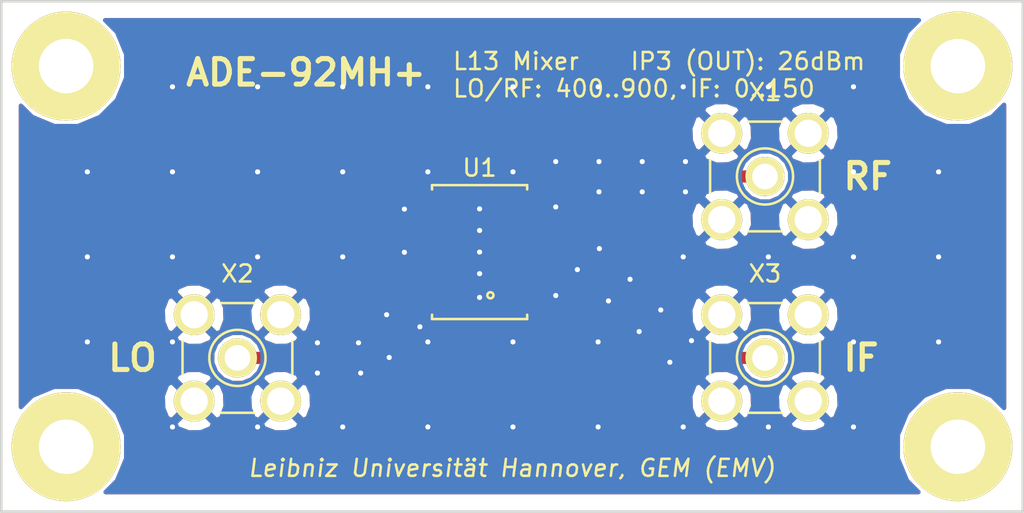
<source format=kicad_pcb>
(kicad_pcb (version 4) (host pcbnew 4.0.2+e4-6225~38~ubuntu15.10.1-stable)

  (general
    (links 89)
    (no_connects 0)
    (area 82.442143 88.535 180.275002 121.315)
    (thickness 1.6)
    (drawings 10)
    (tracks 12)
    (zones 0)
    (modules 80)
    (nets 5)
  )

  (page A4)
  (layers
    (0 F.Cu signal)
    (31 B.Cu signal)
    (32 B.Adhes user)
    (33 F.Adhes user)
    (34 B.Paste user)
    (35 F.Paste user)
    (36 B.SilkS user)
    (37 F.SilkS user)
    (38 B.Mask user)
    (39 F.Mask user)
    (40 Dwgs.User user)
    (41 Cmts.User user)
    (42 Eco1.User user)
    (43 Eco2.User user)
    (44 Edge.Cuts user)
    (45 Margin user)
    (46 B.CrtYd user)
    (47 F.CrtYd user)
    (48 B.Fab user)
    (49 F.Fab user)
  )

  (setup
    (last_trace_width 0.15)
    (trace_clearance 0.15)
    (zone_clearance 0.2)
    (zone_45_only no)
    (trace_min 0.15)
    (segment_width 0.1)
    (edge_width 0.15)
    (via_size 0.4)
    (via_drill 0.3)
    (via_min_size 0.4)
    (via_min_drill 0.3)
    (uvia_size 0.3)
    (uvia_drill 0.1)
    (uvias_allowed no)
    (uvia_min_size 0)
    (uvia_min_drill 0)
    (pcb_text_width 0.3)
    (pcb_text_size 1.5 1.5)
    (mod_edge_width 0.15)
    (mod_text_size 1 1)
    (mod_text_width 0.15)
    (pad_size 6.4 6.4)
    (pad_drill 3.2)
    (pad_to_mask_clearance 0.127)
    (aux_axis_origin 120.028 105.014)
    (grid_origin 90.056 90.028)
    (visible_elements FFFFFF7F)
    (pcbplotparams
      (layerselection 0x010f0_80000001)
      (usegerberextensions false)
      (excludeedgelayer false)
      (linewidth 0.100000)
      (plotframeref false)
      (viasonmask false)
      (mode 1)
      (useauxorigin false)
      (hpglpennumber 1)
      (hpglpenspeed 20)
      (hpglpendiameter 15)
      (hpglpenoverlay 2)
      (psnegative false)
      (psa4output false)
      (plotreference true)
      (plotvalue false)
      (plotinvisibletext false)
      (padsonsilk false)
      (subtractmaskfromsilk false)
      (outputformat 1)
      (mirror false)
      (drillshape 0)
      (scaleselection 1)
      (outputdirectory ../../../Temp/))
  )

  (net 0 "")
  (net 1 GNDA)
  (net 2 "Net-(U1-Pad2)")
  (net 3 "Net-(U1-Pad3)")
  (net 4 "Net-(U1-Pad6)")

  (net_class Default "This is the default net class."
    (clearance 0.15)
    (trace_width 0.15)
    (via_dia 0.4)
    (via_drill 0.3)
    (uvia_dia 0.3)
    (uvia_drill 0.1)
    (add_net GNDA)
  )

  (net_class 50Ohm ""
    (clearance 0.15)
    (trace_width 0.714)
    (via_dia 0.4)
    (via_drill 0.3)
    (uvia_dia 0.3)
    (uvia_drill 0.1)
    (add_net "Net-(U1-Pad2)")
    (add_net "Net-(U1-Pad3)")
    (add_net "Net-(U1-Pad6)")
  )

  (module JueVias:VIA-0.3 (layer F.Cu) (tedit 57515DE1) (tstamp 576166D1)
    (at 140.056 115.028)
    (fp_text reference REF**23116 (at 0 -1.27) (layer F.SilkS) hide
      (effects (font (size 1 1) (thickness 0.15)))
    )
    (fp_text value VIA-0.3 (at 0 1.397) (layer F.Fab) hide
      (effects (font (size 1 1) (thickness 0.15)))
    )
    (pad 1 thru_hole circle (at 0 0) (size 0.6 0.6) (drill 0.3) (layers *.Cu)
      (net 1 GNDA))
  )

  (module JueVias:VIA-0.3 (layer F.Cu) (tedit 57515DE1) (tstamp 576166CD)
    (at 135.056 115.028)
    (fp_text reference REF**23106 (at 0 -1.27) (layer F.SilkS) hide
      (effects (font (size 1 1) (thickness 0.15)))
    )
    (fp_text value VIA-0.3 (at 0 1.397) (layer F.Fab) hide
      (effects (font (size 1 1) (thickness 0.15)))
    )
    (pad 1 thru_hole circle (at 0 0) (size 0.6 0.6) (drill 0.3) (layers *.Cu)
      (net 1 GNDA))
  )

  (module JueVias:VIA-0.3 (layer F.Cu) (tedit 57515DE1) (tstamp 576166C9)
    (at 130.056 115.028)
    (fp_text reference REF**2396 (at 0 -1.27) (layer F.SilkS) hide
      (effects (font (size 1 1) (thickness 0.15)))
    )
    (fp_text value VIA-0.3 (at 0 1.397) (layer F.Fab) hide
      (effects (font (size 1 1) (thickness 0.15)))
    )
    (pad 1 thru_hole circle (at 0 0) (size 0.6 0.6) (drill 0.3) (layers *.Cu)
      (net 1 GNDA))
  )

  (module JueVias:VIA-0.3 (layer F.Cu) (tedit 57515DE1) (tstamp 576166C5)
    (at 125.056 115.028)
    (fp_text reference REF**2386 (at 0 -1.27) (layer F.SilkS) hide
      (effects (font (size 1 1) (thickness 0.15)))
    )
    (fp_text value VIA-0.3 (at 0 1.397) (layer F.Fab) hide
      (effects (font (size 1 1) (thickness 0.15)))
    )
    (pad 1 thru_hole circle (at 0 0) (size 0.6 0.6) (drill 0.3) (layers *.Cu)
      (net 1 GNDA))
  )

  (module JueVias:VIA-0.3 (layer F.Cu) (tedit 57515DE1) (tstamp 576166C1)
    (at 120.056 115.028)
    (fp_text reference REF**2376 (at 0 -1.27) (layer F.SilkS) hide
      (effects (font (size 1 1) (thickness 0.15)))
    )
    (fp_text value VIA-0.3 (at 0 1.397) (layer F.Fab) hide
      (effects (font (size 1 1) (thickness 0.15)))
    )
    (pad 1 thru_hole circle (at 0 0) (size 0.6 0.6) (drill 0.3) (layers *.Cu)
      (net 1 GNDA))
  )

  (module JueVias:VIA-0.3 (layer F.Cu) (tedit 57515DE1) (tstamp 576166BD)
    (at 115.056 115.028)
    (fp_text reference REF**2366 (at 0 -1.27) (layer F.SilkS) hide
      (effects (font (size 1 1) (thickness 0.15)))
    )
    (fp_text value VIA-0.3 (at 0 1.397) (layer F.Fab) hide
      (effects (font (size 1 1) (thickness 0.15)))
    )
    (pad 1 thru_hole circle (at 0 0) (size 0.6 0.6) (drill 0.3) (layers *.Cu)
      (net 1 GNDA))
  )

  (module JueVias:VIA-0.3 (layer F.Cu) (tedit 57515DE1) (tstamp 576166B9)
    (at 110.056 115.028)
    (fp_text reference REF**2356 (at 0 -1.27) (layer F.SilkS) hide
      (effects (font (size 1 1) (thickness 0.15)))
    )
    (fp_text value VIA-0.3 (at 0 1.397) (layer F.Fab) hide
      (effects (font (size 1 1) (thickness 0.15)))
    )
    (pad 1 thru_hole circle (at 0 0) (size 0.6 0.6) (drill 0.3) (layers *.Cu)
      (net 1 GNDA))
  )

  (module JueVias:VIA-0.3 (layer F.Cu) (tedit 57515DE1) (tstamp 576166B5)
    (at 105.056 115.028)
    (fp_text reference REF**2346 (at 0 -1.27) (layer F.SilkS) hide
      (effects (font (size 1 1) (thickness 0.15)))
    )
    (fp_text value VIA-0.3 (at 0 1.397) (layer F.Fab) hide
      (effects (font (size 1 1) (thickness 0.15)))
    )
    (pad 1 thru_hole circle (at 0 0) (size 0.6 0.6) (drill 0.3) (layers *.Cu)
      (net 1 GNDA))
  )

  (module JueVias:VIA-0.3 (layer F.Cu) (tedit 57515DE1) (tstamp 576166B1)
    (at 100.056 115.028)
    (fp_text reference REF**2336 (at 0 -1.27) (layer F.SilkS) hide
      (effects (font (size 1 1) (thickness 0.15)))
    )
    (fp_text value VIA-0.3 (at 0 1.397) (layer F.Fab) hide
      (effects (font (size 1 1) (thickness 0.15)))
    )
    (pad 1 thru_hole circle (at 0 0) (size 0.6 0.6) (drill 0.3) (layers *.Cu)
      (net 1 GNDA))
  )

  (module JueVias:VIA-0.3 (layer F.Cu) (tedit 57515DE1) (tstamp 576166A1)
    (at 145.056 110.028)
    (fp_text reference REF**23125 (at 0 -1.27) (layer F.SilkS) hide
      (effects (font (size 1 1) (thickness 0.15)))
    )
    (fp_text value VIA-0.3 (at 0 1.397) (layer F.Fab) hide
      (effects (font (size 1 1) (thickness 0.15)))
    )
    (pad 1 thru_hole circle (at 0 0) (size 0.6 0.6) (drill 0.3) (layers *.Cu)
      (net 1 GNDA))
  )

  (module JueVias:VIA-0.3 (layer F.Cu) (tedit 57515DE1) (tstamp 5761669D)
    (at 140.056 110.028)
    (fp_text reference REF**23115 (at 0 -1.27) (layer F.SilkS) hide
      (effects (font (size 1 1) (thickness 0.15)))
    )
    (fp_text value VIA-0.3 (at 0 1.397) (layer F.Fab) hide
      (effects (font (size 1 1) (thickness 0.15)))
    )
    (pad 1 thru_hole circle (at 0 0) (size 0.6 0.6) (drill 0.3) (layers *.Cu)
      (net 1 GNDA))
  )

  (module JueVias:VIA-0.3 (layer F.Cu) (tedit 57515DE1) (tstamp 57616691)
    (at 125.056 110.028)
    (fp_text reference REF**2385 (at 0 -1.27) (layer F.SilkS) hide
      (effects (font (size 1 1) (thickness 0.15)))
    )
    (fp_text value VIA-0.3 (at 0 1.397) (layer F.Fab) hide
      (effects (font (size 1 1) (thickness 0.15)))
    )
    (pad 1 thru_hole circle (at 0 0) (size 0.6 0.6) (drill 0.3) (layers *.Cu)
      (net 1 GNDA))
  )

  (module JueVias:VIA-0.3 (layer F.Cu) (tedit 57515DE1) (tstamp 5761668D)
    (at 120.056 110.028)
    (fp_text reference REF**2375 (at 0 -1.27) (layer F.SilkS) hide
      (effects (font (size 1 1) (thickness 0.15)))
    )
    (fp_text value VIA-0.3 (at 0 1.397) (layer F.Fab) hide
      (effects (font (size 1 1) (thickness 0.15)))
    )
    (pad 1 thru_hole circle (at 0 0) (size 0.6 0.6) (drill 0.3) (layers *.Cu)
      (net 1 GNDA))
  )

  (module JueVias:VIA-0.3 (layer F.Cu) (tedit 57515DE1) (tstamp 57616689)
    (at 115.056 110.028)
    (fp_text reference REF**2365 (at 0 -1.27) (layer F.SilkS) hide
      (effects (font (size 1 1) (thickness 0.15)))
    )
    (fp_text value VIA-0.3 (at 0 1.397) (layer F.Fab) hide
      (effects (font (size 1 1) (thickness 0.15)))
    )
    (pad 1 thru_hole circle (at 0 0) (size 0.6 0.6) (drill 0.3) (layers *.Cu)
      (net 1 GNDA))
  )

  (module JueVias:VIA-0.3 (layer F.Cu) (tedit 57515DE1) (tstamp 5761667D)
    (at 100.056 110.028)
    (fp_text reference REF**2335 (at 0 -1.27) (layer F.SilkS) hide
      (effects (font (size 1 1) (thickness 0.15)))
    )
    (fp_text value VIA-0.3 (at 0 1.397) (layer F.Fab) hide
      (effects (font (size 1 1) (thickness 0.15)))
    )
    (pad 1 thru_hole circle (at 0 0) (size 0.6 0.6) (drill 0.3) (layers *.Cu)
      (net 1 GNDA))
  )

  (module JueVias:VIA-0.3 (layer F.Cu) (tedit 57515DE1) (tstamp 57616679)
    (at 95.056 110.028)
    (fp_text reference REF**2325 (at 0 -1.27) (layer F.SilkS) hide
      (effects (font (size 1 1) (thickness 0.15)))
    )
    (fp_text value VIA-0.3 (at 0 1.397) (layer F.Fab) hide
      (effects (font (size 1 1) (thickness 0.15)))
    )
    (pad 1 thru_hole circle (at 0 0) (size 0.6 0.6) (drill 0.3) (layers *.Cu)
      (net 1 GNDA))
  )

  (module JueVias:VIA-0.3 (layer F.Cu) (tedit 57515DE1) (tstamp 5761666D)
    (at 145.056 105.028)
    (fp_text reference REF**23124 (at 0 -1.27) (layer F.SilkS) hide
      (effects (font (size 1 1) (thickness 0.15)))
    )
    (fp_text value VIA-0.3 (at 0 1.397) (layer F.Fab) hide
      (effects (font (size 1 1) (thickness 0.15)))
    )
    (pad 1 thru_hole circle (at 0 0) (size 0.6 0.6) (drill 0.3) (layers *.Cu)
      (net 1 GNDA))
  )

  (module JueVias:VIA-0.3 (layer F.Cu) (tedit 57515DE1) (tstamp 57616669)
    (at 140.056 105.028)
    (fp_text reference REF**23114 (at 0 -1.27) (layer F.SilkS) hide
      (effects (font (size 1 1) (thickness 0.15)))
    )
    (fp_text value VIA-0.3 (at 0 1.397) (layer F.Fab) hide
      (effects (font (size 1 1) (thickness 0.15)))
    )
    (pad 1 thru_hole circle (at 0 0) (size 0.6 0.6) (drill 0.3) (layers *.Cu)
      (net 1 GNDA))
  )

  (module JueVias:VIA-0.3 (layer F.Cu) (tedit 57515DE1) (tstamp 57616665)
    (at 135.056 105.028)
    (fp_text reference REF**23104 (at 0 -1.27) (layer F.SilkS) hide
      (effects (font (size 1 1) (thickness 0.15)))
    )
    (fp_text value VIA-0.3 (at 0 1.397) (layer F.Fab) hide
      (effects (font (size 1 1) (thickness 0.15)))
    )
    (pad 1 thru_hole circle (at 0 0) (size 0.6 0.6) (drill 0.3) (layers *.Cu)
      (net 1 GNDA))
  )

  (module JueVias:VIA-0.3 (layer F.Cu) (tedit 57515DE1) (tstamp 57616661)
    (at 130.056 105.028)
    (fp_text reference REF**2394 (at 0 -1.27) (layer F.SilkS) hide
      (effects (font (size 1 1) (thickness 0.15)))
    )
    (fp_text value VIA-0.3 (at 0 1.397) (layer F.Fab) hide
      (effects (font (size 1 1) (thickness 0.15)))
    )
    (pad 1 thru_hole circle (at 0 0) (size 0.6 0.6) (drill 0.3) (layers *.Cu)
      (net 1 GNDA))
  )

  (module JueVias:VIA-0.3 (layer F.Cu) (tedit 57515DE1) (tstamp 57616651)
    (at 110.056 105.028)
    (fp_text reference REF**2354 (at 0 -1.27) (layer F.SilkS) hide
      (effects (font (size 1 1) (thickness 0.15)))
    )
    (fp_text value VIA-0.3 (at 0 1.397) (layer F.Fab) hide
      (effects (font (size 1 1) (thickness 0.15)))
    )
    (pad 1 thru_hole circle (at 0 0) (size 0.6 0.6) (drill 0.3) (layers *.Cu)
      (net 1 GNDA))
  )

  (module JueVias:VIA-0.3 (layer F.Cu) (tedit 57515DE1) (tstamp 5761664D)
    (at 105.056 105.028)
    (fp_text reference REF**2344 (at 0 -1.27) (layer F.SilkS) hide
      (effects (font (size 1 1) (thickness 0.15)))
    )
    (fp_text value VIA-0.3 (at 0 1.397) (layer F.Fab) hide
      (effects (font (size 1 1) (thickness 0.15)))
    )
    (pad 1 thru_hole circle (at 0 0) (size 0.6 0.6) (drill 0.3) (layers *.Cu)
      (net 1 GNDA))
  )

  (module JueVias:VIA-0.3 (layer F.Cu) (tedit 57515DE1) (tstamp 57616649)
    (at 100.056 105.028)
    (fp_text reference REF**2334 (at 0 -1.27) (layer F.SilkS) hide
      (effects (font (size 1 1) (thickness 0.15)))
    )
    (fp_text value VIA-0.3 (at 0 1.397) (layer F.Fab) hide
      (effects (font (size 1 1) (thickness 0.15)))
    )
    (pad 1 thru_hole circle (at 0 0) (size 0.6 0.6) (drill 0.3) (layers *.Cu)
      (net 1 GNDA))
  )

  (module JueVias:VIA-0.3 (layer F.Cu) (tedit 57515DE1) (tstamp 57616645)
    (at 95.056 105.028)
    (fp_text reference REF**2324 (at 0 -1.27) (layer F.SilkS) hide
      (effects (font (size 1 1) (thickness 0.15)))
    )
    (fp_text value VIA-0.3 (at 0 1.397) (layer F.Fab) hide
      (effects (font (size 1 1) (thickness 0.15)))
    )
    (pad 1 thru_hole circle (at 0 0) (size 0.6 0.6) (drill 0.3) (layers *.Cu)
      (net 1 GNDA))
  )

  (module JueVias:VIA-0.3 (layer F.Cu) (tedit 57515DE1) (tstamp 57616639)
    (at 145.056 100.028)
    (fp_text reference REF**23123 (at 0 -1.27) (layer F.SilkS) hide
      (effects (font (size 1 1) (thickness 0.15)))
    )
    (fp_text value VIA-0.3 (at 0 1.397) (layer F.Fab) hide
      (effects (font (size 1 1) (thickness 0.15)))
    )
    (pad 1 thru_hole circle (at 0 0) (size 0.6 0.6) (drill 0.3) (layers *.Cu)
      (net 1 GNDA))
  )

  (module JueVias:VIA-0.3 (layer F.Cu) (tedit 57515DE1) (tstamp 57616635)
    (at 140.056 100.028)
    (fp_text reference REF**23113 (at 0 -1.27) (layer F.SilkS) hide
      (effects (font (size 1 1) (thickness 0.15)))
    )
    (fp_text value VIA-0.3 (at 0 1.397) (layer F.Fab) hide
      (effects (font (size 1 1) (thickness 0.15)))
    )
    (pad 1 thru_hole circle (at 0 0) (size 0.6 0.6) (drill 0.3) (layers *.Cu)
      (net 1 GNDA))
  )

  (module JueVias:VIA-0.3 (layer F.Cu) (tedit 57515DE1) (tstamp 57616625)
    (at 120.056 100.028)
    (fp_text reference REF**2373 (at 0 -1.27) (layer F.SilkS) hide
      (effects (font (size 1 1) (thickness 0.15)))
    )
    (fp_text value VIA-0.3 (at 0 1.397) (layer F.Fab) hide
      (effects (font (size 1 1) (thickness 0.15)))
    )
    (pad 1 thru_hole circle (at 0 0) (size 0.6 0.6) (drill 0.3) (layers *.Cu)
      (net 1 GNDA))
  )

  (module JueVias:VIA-0.3 (layer F.Cu) (tedit 57515DE1) (tstamp 57616621)
    (at 115.056 100.028)
    (fp_text reference REF**2363 (at 0 -1.27) (layer F.SilkS) hide
      (effects (font (size 1 1) (thickness 0.15)))
    )
    (fp_text value VIA-0.3 (at 0 1.397) (layer F.Fab) hide
      (effects (font (size 1 1) (thickness 0.15)))
    )
    (pad 1 thru_hole circle (at 0 0) (size 0.6 0.6) (drill 0.3) (layers *.Cu)
      (net 1 GNDA))
  )

  (module JueVias:VIA-0.3 (layer F.Cu) (tedit 57515DE1) (tstamp 5761661D)
    (at 110.056 100.028)
    (fp_text reference REF**2353 (at 0 -1.27) (layer F.SilkS) hide
      (effects (font (size 1 1) (thickness 0.15)))
    )
    (fp_text value VIA-0.3 (at 0 1.397) (layer F.Fab) hide
      (effects (font (size 1 1) (thickness 0.15)))
    )
    (pad 1 thru_hole circle (at 0 0) (size 0.6 0.6) (drill 0.3) (layers *.Cu)
      (net 1 GNDA))
  )

  (module JueVias:VIA-0.3 (layer F.Cu) (tedit 57515DE1) (tstamp 57616619)
    (at 105.056 100.028)
    (fp_text reference REF**2343 (at 0 -1.27) (layer F.SilkS) hide
      (effects (font (size 1 1) (thickness 0.15)))
    )
    (fp_text value VIA-0.3 (at 0 1.397) (layer F.Fab) hide
      (effects (font (size 1 1) (thickness 0.15)))
    )
    (pad 1 thru_hole circle (at 0 0) (size 0.6 0.6) (drill 0.3) (layers *.Cu)
      (net 1 GNDA))
  )

  (module JueVias:VIA-0.3 (layer F.Cu) (tedit 57515DE1) (tstamp 57616615)
    (at 100.056 100.028)
    (fp_text reference REF**2333 (at 0 -1.27) (layer F.SilkS) hide
      (effects (font (size 1 1) (thickness 0.15)))
    )
    (fp_text value VIA-0.3 (at 0 1.397) (layer F.Fab) hide
      (effects (font (size 1 1) (thickness 0.15)))
    )
    (pad 1 thru_hole circle (at 0 0) (size 0.6 0.6) (drill 0.3) (layers *.Cu)
      (net 1 GNDA))
  )

  (module JueVias:VIA-0.3 (layer F.Cu) (tedit 57515DE1) (tstamp 57616611)
    (at 95.056 100.028)
    (fp_text reference REF**2323 (at 0 -1.27) (layer F.SilkS) hide
      (effects (font (size 1 1) (thickness 0.15)))
    )
    (fp_text value VIA-0.3 (at 0 1.397) (layer F.Fab) hide
      (effects (font (size 1 1) (thickness 0.15)))
    )
    (pad 1 thru_hole circle (at 0 0) (size 0.6 0.6) (drill 0.3) (layers *.Cu)
      (net 1 GNDA))
  )

  (module JueVias:VIA-0.3 (layer F.Cu) (tedit 57515DE1) (tstamp 57616601)
    (at 140.056 95.028)
    (fp_text reference REF**23112 (at 0 -1.27) (layer F.SilkS) hide
      (effects (font (size 1 1) (thickness 0.15)))
    )
    (fp_text value VIA-0.3 (at 0 1.397) (layer F.Fab) hide
      (effects (font (size 1 1) (thickness 0.15)))
    )
    (pad 1 thru_hole circle (at 0 0) (size 0.6 0.6) (drill 0.3) (layers *.Cu)
      (net 1 GNDA))
  )

  (module JueVias:VIA-0.3 (layer F.Cu) (tedit 57515DE1) (tstamp 576165FD)
    (at 135.056 95.028)
    (fp_text reference REF**23102 (at 0 -1.27) (layer F.SilkS) hide
      (effects (font (size 1 1) (thickness 0.15)))
    )
    (fp_text value VIA-0.3 (at 0 1.397) (layer F.Fab) hide
      (effects (font (size 1 1) (thickness 0.15)))
    )
    (pad 1 thru_hole circle (at 0 0) (size 0.6 0.6) (drill 0.3) (layers *.Cu)
      (net 1 GNDA))
  )

  (module JueVias:VIA-0.3 (layer F.Cu) (tedit 57515DE1) (tstamp 576165F9)
    (at 130.056 95.028)
    (fp_text reference REF**2392 (at 0 -1.27) (layer F.SilkS) hide
      (effects (font (size 1 1) (thickness 0.15)))
    )
    (fp_text value VIA-0.3 (at 0 1.397) (layer F.Fab) hide
      (effects (font (size 1 1) (thickness 0.15)))
    )
    (pad 1 thru_hole circle (at 0 0) (size 0.6 0.6) (drill 0.3) (layers *.Cu)
      (net 1 GNDA))
  )

  (module JueVias:VIA-0.3 (layer F.Cu) (tedit 57515DE1) (tstamp 576165F5)
    (at 125.056 95.028)
    (fp_text reference REF**2382 (at 0 -1.27) (layer F.SilkS) hide
      (effects (font (size 1 1) (thickness 0.15)))
    )
    (fp_text value VIA-0.3 (at 0 1.397) (layer F.Fab) hide
      (effects (font (size 1 1) (thickness 0.15)))
    )
    (pad 1 thru_hole circle (at 0 0) (size 0.6 0.6) (drill 0.3) (layers *.Cu)
      (net 1 GNDA))
  )

  (module JueVias:VIA-0.3 (layer F.Cu) (tedit 57515DE1) (tstamp 576165F1)
    (at 120.056 95.028)
    (fp_text reference REF**2372 (at 0 -1.27) (layer F.SilkS) hide
      (effects (font (size 1 1) (thickness 0.15)))
    )
    (fp_text value VIA-0.3 (at 0 1.397) (layer F.Fab) hide
      (effects (font (size 1 1) (thickness 0.15)))
    )
    (pad 1 thru_hole circle (at 0 0) (size 0.6 0.6) (drill 0.3) (layers *.Cu)
      (net 1 GNDA))
  )

  (module JueVias:VIA-0.3 (layer F.Cu) (tedit 57515DE1) (tstamp 576165ED)
    (at 115.056 95.028)
    (fp_text reference REF**2362 (at 0 -1.27) (layer F.SilkS) hide
      (effects (font (size 1 1) (thickness 0.15)))
    )
    (fp_text value VIA-0.3 (at 0 1.397) (layer F.Fab) hide
      (effects (font (size 1 1) (thickness 0.15)))
    )
    (pad 1 thru_hole circle (at 0 0) (size 0.6 0.6) (drill 0.3) (layers *.Cu)
      (net 1 GNDA))
  )

  (module JueVias:VIA-0.3 (layer F.Cu) (tedit 57515DE1) (tstamp 576165E9)
    (at 110.056 95.028)
    (fp_text reference REF**2352 (at 0 -1.27) (layer F.SilkS) hide
      (effects (font (size 1 1) (thickness 0.15)))
    )
    (fp_text value VIA-0.3 (at 0 1.397) (layer F.Fab) hide
      (effects (font (size 1 1) (thickness 0.15)))
    )
    (pad 1 thru_hole circle (at 0 0) (size 0.6 0.6) (drill 0.3) (layers *.Cu)
      (net 1 GNDA))
  )

  (module JueVias:VIA-0.3 (layer F.Cu) (tedit 57515DE1) (tstamp 576165E5)
    (at 105.056 95.028)
    (fp_text reference REF**2342 (at 0 -1.27) (layer F.SilkS) hide
      (effects (font (size 1 1) (thickness 0.15)))
    )
    (fp_text value VIA-0.3 (at 0 1.397) (layer F.Fab) hide
      (effects (font (size 1 1) (thickness 0.15)))
    )
    (pad 1 thru_hole circle (at 0 0) (size 0.6 0.6) (drill 0.3) (layers *.Cu)
      (net 1 GNDA))
  )

  (module JueVias:VIA-0.3 (layer F.Cu) (tedit 57515DE1) (tstamp 576165E1)
    (at 100.056 95.028)
    (fp_text reference REF**2332 (at 0 -1.27) (layer F.SilkS) hide
      (effects (font (size 1 1) (thickness 0.15)))
    )
    (fp_text value VIA-0.3 (at 0 1.397) (layer F.Fab) hide
      (effects (font (size 1 1) (thickness 0.15)))
    )
    (pad 1 thru_hole circle (at 0 0) (size 0.6 0.6) (drill 0.3) (layers *.Cu)
      (net 1 GNDA))
  )

  (module JueVias:VIA-0.3 (layer F.Cu) (tedit 57515DE1) (tstamp 57616564)
    (at 123.838 105.776)
    (fp_text reference REF**231 (at 0 -1.27) (layer F.SilkS) hide
      (effects (font (size 1 1) (thickness 0.15)))
    )
    (fp_text value VIA-0.3 (at 0 1.397) (layer F.Fab) hide
      (effects (font (size 1 1) (thickness 0.15)))
    )
    (pad 1 thru_hole circle (at 0 0) (size 0.6 0.6) (drill 0.3) (layers *.Cu)
      (net 1 GNDA))
  )

  (module JueVias:VIA-0.3 (layer F.Cu) (tedit 57515DE1) (tstamp 5761655C)
    (at 122.568 107.3)
    (fp_text reference REF**231 (at 0 -1.27) (layer F.SilkS) hide
      (effects (font (size 1 1) (thickness 0.15)))
    )
    (fp_text value VIA-0.3 (at 0 1.397) (layer F.Fab) hide
      (effects (font (size 1 1) (thickness 0.15)))
    )
    (pad 1 thru_hole circle (at 0 0) (size 0.6 0.6) (drill 0.3) (layers *.Cu)
      (net 1 GNDA))
  )

  (module JueVias:VIA-0.3 (layer F.Cu) (tedit 57515DE1) (tstamp 57616558)
    (at 113.678 102.22)
    (fp_text reference REF**231 (at 0 -1.27) (layer F.SilkS) hide
      (effects (font (size 1 1) (thickness 0.15)))
    )
    (fp_text value VIA-0.3 (at 0 1.397) (layer F.Fab) hide
      (effects (font (size 1 1) (thickness 0.15)))
    )
    (pad 1 thru_hole circle (at 0 0) (size 0.6 0.6) (drill 0.3) (layers *.Cu)
      (net 1 GNDA))
  )

  (module JueVias:VIA-0.3 (layer F.Cu) (tedit 57515DE1) (tstamp 57616550)
    (at 113.678 104.76)
    (fp_text reference REF**231 (at 0 -1.27) (layer F.SilkS) hide
      (effects (font (size 1 1) (thickness 0.15)))
    )
    (fp_text value VIA-0.3 (at 0 1.397) (layer F.Fab) hide
      (effects (font (size 1 1) (thickness 0.15)))
    )
    (pad 1 thru_hole circle (at 0 0) (size 0.6 0.6) (drill 0.3) (layers *.Cu)
      (net 1 GNDA))
  )

  (module JueVias:VIA-0.3 (layer F.Cu) (tedit 57515DE1) (tstamp 5761651C)
    (at 122.568 102.093)
    (fp_text reference REF**231 (at 0 -1.27) (layer F.SilkS) hide
      (effects (font (size 1 1) (thickness 0.15)))
    )
    (fp_text value VIA-0.3 (at 0 1.397) (layer F.Fab) hide
      (effects (font (size 1 1) (thickness 0.15)))
    )
    (pad 1 thru_hole circle (at 0 0) (size 0.6 0.6) (drill 0.3) (layers *.Cu)
      (net 1 GNDA))
  )

  (module JueVias:VIA-0.3 (layer F.Cu) (tedit 57515DE1) (tstamp 57616518)
    (at 125.108 101.204)
    (fp_text reference REF**231 (at 0 -1.27) (layer F.SilkS) hide
      (effects (font (size 1 1) (thickness 0.15)))
    )
    (fp_text value VIA-0.3 (at 0 1.397) (layer F.Fab) hide
      (effects (font (size 1 1) (thickness 0.15)))
    )
    (pad 1 thru_hole circle (at 0 0) (size 0.6 0.6) (drill 0.3) (layers *.Cu)
      (net 1 GNDA))
  )

  (module JueVias:VIA-0.3 (layer F.Cu) (tedit 57515DE1) (tstamp 57616514)
    (at 127.648 101.204)
    (fp_text reference REF**231 (at 0 -1.27) (layer F.SilkS) hide
      (effects (font (size 1 1) (thickness 0.15)))
    )
    (fp_text value VIA-0.3 (at 0 1.397) (layer F.Fab) hide
      (effects (font (size 1 1) (thickness 0.15)))
    )
    (pad 1 thru_hole circle (at 0 0) (size 0.6 0.6) (drill 0.3) (layers *.Cu)
      (net 1 GNDA))
  )

  (module JueVias:VIA-0.3 (layer F.Cu) (tedit 57515DE1) (tstamp 5761650D)
    (at 130.188 101.204)
    (fp_text reference REF**231 (at 0 -1.27) (layer F.SilkS) hide
      (effects (font (size 1 1) (thickness 0.15)))
    )
    (fp_text value VIA-0.3 (at 0 1.397) (layer F.Fab) hide
      (effects (font (size 1 1) (thickness 0.15)))
    )
    (pad 1 thru_hole circle (at 0 0) (size 0.6 0.6) (drill 0.3) (layers *.Cu)
      (net 1 GNDA))
  )

  (module JueVias:VIA-0.3 (layer F.Cu) (tedit 57515DE1) (tstamp 57616503)
    (at 122.568 99.426)
    (fp_text reference REF**231 (at 0 -1.27) (layer F.SilkS) hide
      (effects (font (size 1 1) (thickness 0.15)))
    )
    (fp_text value VIA-0.3 (at 0 1.397) (layer F.Fab) hide
      (effects (font (size 1 1) (thickness 0.15)))
    )
    (pad 1 thru_hole circle (at 0 0) (size 0.6 0.6) (drill 0.3) (layers *.Cu)
      (net 1 GNDA))
  )

  (module JueVias:VIA-0.3 (layer F.Cu) (tedit 57515DE1) (tstamp 576164FF)
    (at 125.108 99.426)
    (fp_text reference REF**231 (at 0 -1.27) (layer F.SilkS) hide
      (effects (font (size 1 1) (thickness 0.15)))
    )
    (fp_text value VIA-0.3 (at 0 1.397) (layer F.Fab) hide
      (effects (font (size 1 1) (thickness 0.15)))
    )
    (pad 1 thru_hole circle (at 0 0) (size 0.6 0.6) (drill 0.3) (layers *.Cu)
      (net 1 GNDA))
  )

  (module JueVias:VIA-0.3 (layer F.Cu) (tedit 57515DE1) (tstamp 576164FB)
    (at 127.648 99.426)
    (fp_text reference REF**231 (at 0 -1.27) (layer F.SilkS) hide
      (effects (font (size 1 1) (thickness 0.15)))
    )
    (fp_text value VIA-0.3 (at 0 1.397) (layer F.Fab) hide
      (effects (font (size 1 1) (thickness 0.15)))
    )
    (pad 1 thru_hole circle (at 0 0) (size 0.6 0.6) (drill 0.3) (layers *.Cu)
      (net 1 GNDA))
  )

  (module JueVias:VIA-0.3 (layer F.Cu) (tedit 57515DE1) (tstamp 576164EC)
    (at 130.188 99.426)
    (fp_text reference REF**231 (at 0 -1.27) (layer F.SilkS) hide
      (effects (font (size 1 1) (thickness 0.15)))
    )
    (fp_text value VIA-0.3 (at 0 1.397) (layer F.Fab) hide
      (effects (font (size 1 1) (thickness 0.15)))
    )
    (pad 1 thru_hole circle (at 0 0) (size 0.6 0.6) (drill 0.3) (layers *.Cu)
      (net 1 GNDA))
  )

  (module JueVias:VIA-0.3 (layer F.Cu) (tedit 57515DE1) (tstamp 5761649A)
    (at 125.6642 107.6162)
    (fp_text reference REF**231 (at 0 -1.27) (layer F.SilkS) hide
      (effects (font (size 1 1) (thickness 0.15)))
    )
    (fp_text value VIA-0.3 (at 0 1.397) (layer F.Fab) hide
      (effects (font (size 1 1) (thickness 0.15)))
    )
    (pad 1 thru_hole circle (at 0 0) (size 0.6 0.6) (drill 0.3) (layers *.Cu)
      (net 1 GNDA))
  )

  (module JueVias:VIA-0.3 (layer F.Cu) (tedit 57515DE1) (tstamp 57616496)
    (at 127.4676 109.4196)
    (fp_text reference REF**231 (at 0 -1.27) (layer F.SilkS) hide
      (effects (font (size 1 1) (thickness 0.15)))
    )
    (fp_text value VIA-0.3 (at 0 1.397) (layer F.Fab) hide
      (effects (font (size 1 1) (thickness 0.15)))
    )
    (pad 1 thru_hole circle (at 0 0) (size 0.6 0.6) (drill 0.3) (layers *.Cu)
      (net 1 GNDA))
  )

  (module JueVias:VIA-0.3 (layer F.Cu) (tedit 57515DE1) (tstamp 5761648A)
    (at 129.271 111.223)
    (fp_text reference REF**231 (at 0 -1.27) (layer F.SilkS) hide
      (effects (font (size 1 1) (thickness 0.15)))
    )
    (fp_text value VIA-0.3 (at 0 1.397) (layer F.Fab) hide
      (effects (font (size 1 1) (thickness 0.15)))
    )
    (pad 1 thru_hole circle (at 0 0) (size 0.6 0.6) (drill 0.3) (layers *.Cu)
      (net 1 GNDA))
  )

  (module JueVias:VIA-0.3 (layer F.Cu) (tedit 57515DE1) (tstamp 57616475)
    (at 125.1308 104.5428)
    (fp_text reference REF**231 (at 0 -1.27) (layer F.SilkS) hide
      (effects (font (size 1 1) (thickness 0.15)))
    )
    (fp_text value VIA-0.3 (at 0 1.397) (layer F.Fab) hide
      (effects (font (size 1 1) (thickness 0.15)))
    )
    (pad 1 thru_hole circle (at 0 0) (size 0.6 0.6) (drill 0.3) (layers *.Cu)
      (net 1 GNDA))
  )

  (module JueVias:VIA-0.3 (layer F.Cu) (tedit 57515DE1) (tstamp 57616471)
    (at 126.9342 106.3462)
    (fp_text reference REF**231 (at 0 -1.27) (layer F.SilkS) hide
      (effects (font (size 1 1) (thickness 0.15)))
    )
    (fp_text value VIA-0.3 (at 0 1.397) (layer F.Fab) hide
      (effects (font (size 1 1) (thickness 0.15)))
    )
    (pad 1 thru_hole circle (at 0 0) (size 0.6 0.6) (drill 0.3) (layers *.Cu)
      (net 1 GNDA))
  )

  (module JueVias:VIA-0.3 (layer F.Cu) (tedit 57515DE1) (tstamp 5761646D)
    (at 128.7376 108.1496)
    (fp_text reference REF**231 (at 0 -1.27) (layer F.SilkS) hide
      (effects (font (size 1 1) (thickness 0.15)))
    )
    (fp_text value VIA-0.3 (at 0 1.397) (layer F.Fab) hide
      (effects (font (size 1 1) (thickness 0.15)))
    )
    (pad 1 thru_hole circle (at 0 0) (size 0.6 0.6) (drill 0.3) (layers *.Cu)
      (net 1 GNDA))
  )

  (module JueVias:VIA-0.3 (layer F.Cu) (tedit 57515DE1) (tstamp 57616457)
    (at 130.541 109.953)
    (fp_text reference REF**231 (at 0 -1.27) (layer F.SilkS) hide
      (effects (font (size 1 1) (thickness 0.15)))
    )
    (fp_text value VIA-0.3 (at 0 1.397) (layer F.Fab) hide
      (effects (font (size 1 1) (thickness 0.15)))
    )
    (pad 1 thru_hole circle (at 0 0) (size 0.6 0.6) (drill 0.3) (layers *.Cu)
      (net 1 GNDA))
  )

  (module JueVias:VIA-0.3 (layer F.Cu) (tedit 57515DE1) (tstamp 57616437)
    (at 112.634 108.429)
    (fp_text reference REF**231 (at 0 -1.27) (layer F.SilkS) hide
      (effects (font (size 1 1) (thickness 0.15)))
    )
    (fp_text value VIA-0.3 (at 0 1.397) (layer F.Fab) hide
      (effects (font (size 1 1) (thickness 0.15)))
    )
    (pad 1 thru_hole circle (at 0 0) (size 0.6 0.6) (drill 0.3) (layers *.Cu)
      (net 1 GNDA))
  )

  (module JueVias:VIA-0.3 (layer F.Cu) (tedit 57515DE1) (tstamp 57616433)
    (at 114.5898 109.1402)
    (fp_text reference REF**231 (at 0 -1.27) (layer F.SilkS) hide
      (effects (font (size 1 1) (thickness 0.15)))
    )
    (fp_text value VIA-0.3 (at 0 1.397) (layer F.Fab) hide
      (effects (font (size 1 1) (thickness 0.15)))
    )
    (pad 1 thru_hole circle (at 0 0) (size 0.6 0.6) (drill 0.3) (layers *.Cu)
      (net 1 GNDA))
  )

  (module JueVias:VIA-0.3 (layer F.Cu) (tedit 57515DE1) (tstamp 57616429)
    (at 112.7864 110.9436)
    (fp_text reference REF**231 (at 0 -1.27) (layer F.SilkS) hide
      (effects (font (size 1 1) (thickness 0.15)))
    )
    (fp_text value VIA-0.3 (at 0 1.397) (layer F.Fab) hide
      (effects (font (size 1 1) (thickness 0.15)))
    )
    (pad 1 thru_hole circle (at 0 0) (size 0.6 0.6) (drill 0.3) (layers *.Cu)
      (net 1 GNDA))
  )

  (module JueVias:VIA-0.3 (layer F.Cu) (tedit 57515DE1) (tstamp 57616412)
    (at 110.983 110.08)
    (fp_text reference REF**231 (at 0 -1.27) (layer F.SilkS) hide
      (effects (font (size 1 1) (thickness 0.15)))
    )
    (fp_text value VIA-0.3 (at 0 1.397) (layer F.Fab) hide
      (effects (font (size 1 1) (thickness 0.15)))
    )
    (pad 1 thru_hole circle (at 0 0) (size 0.6 0.6) (drill 0.3) (layers *.Cu)
      (net 1 GNDA))
  )

  (module JueVias:VIA-0.3 (layer F.Cu) (tedit 57515DE1) (tstamp 5761640E)
    (at 111.11 111.858)
    (fp_text reference REF**231 (at 0 -1.27) (layer F.SilkS) hide
      (effects (font (size 1 1) (thickness 0.15)))
    )
    (fp_text value VIA-0.3 (at 0 1.397) (layer F.Fab) hide
      (effects (font (size 1 1) (thickness 0.15)))
    )
    (pad 1 thru_hole circle (at 0 0) (size 0.6 0.6) (drill 0.3) (layers *.Cu)
      (net 1 GNDA))
  )

  (module JueVias:VIA-0.3 (layer F.Cu) (tedit 57515DE1) (tstamp 5761640A)
    (at 108.57 111.858)
    (fp_text reference REF**231 (at 0 -1.27) (layer F.SilkS) hide
      (effects (font (size 1 1) (thickness 0.15)))
    )
    (fp_text value VIA-0.3 (at 0 1.397) (layer F.Fab) hide
      (effects (font (size 1 1) (thickness 0.15)))
    )
    (pad 1 thru_hole circle (at 0 0) (size 0.6 0.6) (drill 0.3) (layers *.Cu)
      (net 1 GNDA))
  )

  (module JueVias:VIA-0.3 (layer F.Cu) (tedit 57515DE1) (tstamp 576163F4)
    (at 108.57 110.08)
    (fp_text reference REF**231 (at 0 -1.27) (layer F.SilkS) hide
      (effects (font (size 1 1) (thickness 0.15)))
    )
    (fp_text value VIA-0.3 (at 0 1.397) (layer F.Fab) hide
      (effects (font (size 1 1) (thickness 0.15)))
    )
    (pad 1 thru_hole circle (at 0 0) (size 0.6 0.6) (drill 0.3) (layers *.Cu)
      (net 1 GNDA))
  )

  (module JueVias:VIA-0.3 (layer F.Cu) (tedit 57515DE1) (tstamp 5756A535)
    (at 118.095 102.206)
    (fp_text reference REF**231 (at 0 -1.27) (layer F.SilkS) hide
      (effects (font (size 1 1) (thickness 0.15)))
    )
    (fp_text value VIA-0.3 (at 0 1.397) (layer F.Fab) hide
      (effects (font (size 1 1) (thickness 0.15)))
    )
    (pad 1 thru_hole circle (at 0 0) (size 0.6 0.6) (drill 0.3) (layers *.Cu)
      (net 1 GNDA))
  )

  (module JueVias:VIA-0.3 (layer F.Cu) (tedit 57515DE1) (tstamp 5756A531)
    (at 118.095 103.476)
    (fp_text reference REF**231 (at 0 -1.27) (layer F.SilkS) hide
      (effects (font (size 1 1) (thickness 0.15)))
    )
    (fp_text value VIA-0.3 (at 0 1.397) (layer F.Fab) hide
      (effects (font (size 1 1) (thickness 0.15)))
    )
    (pad 1 thru_hole circle (at 0 0) (size 0.6 0.6) (drill 0.3) (layers *.Cu)
      (net 1 GNDA))
  )

  (module JueVias:VIA-0.3 (layer F.Cu) (tedit 57515DE1) (tstamp 5756A52D)
    (at 118.095 104.746)
    (fp_text reference REF**231 (at 0 -1.27) (layer F.SilkS) hide
      (effects (font (size 1 1) (thickness 0.15)))
    )
    (fp_text value VIA-0.3 (at 0 1.397) (layer F.Fab) hide
      (effects (font (size 1 1) (thickness 0.15)))
    )
    (pad 1 thru_hole circle (at 0 0) (size 0.6 0.6) (drill 0.3) (layers *.Cu)
      (net 1 GNDA))
  )

  (module JueVias:VIA-0.3 (layer F.Cu) (tedit 57515DE1) (tstamp 5756A529)
    (at 118.095 106.016)
    (fp_text reference REF**231 (at 0 -1.27) (layer F.SilkS) hide
      (effects (font (size 1 1) (thickness 0.15)))
    )
    (fp_text value VIA-0.3 (at 0 1.397) (layer F.Fab) hide
      (effects (font (size 1 1) (thickness 0.15)))
    )
    (pad 1 thru_hole circle (at 0 0) (size 0.6 0.6) (drill 0.3) (layers *.Cu)
      (net 1 GNDA))
  )

  (module JueVias:VIA-0.3 (layer F.Cu) (tedit 57515DE1) (tstamp 5756A4F1)
    (at 118.095 107.413)
    (fp_text reference REF**231 (at 0 -1.27) (layer F.SilkS) hide
      (effects (font (size 1 1) (thickness 0.15)))
    )
    (fp_text value VIA-0.3 (at 0 1.397) (layer F.Fab) hide
      (effects (font (size 1 1) (thickness 0.15)))
    )
    (pad 1 thru_hole circle (at 0 0) (size 0.6 0.6) (drill 0.3) (layers *.Cu)
      (net 1 GNDA))
  )

  (module Mounting_Holes:MountingHole_3.2mm_M3_Pad (layer F.Cu) (tedit 57517D54) (tstamp 57517E00)
    (at 93.81 93.81)
    (descr "Mounting Hole 3.2mm, M3")
    (tags "mounting hole 3.2mm m3")
    (fp_text reference REF** (at 0 -4.2) (layer F.SilkS) hide
      (effects (font (size 1 1) (thickness 0.15)))
    )
    (fp_text value MountingHole_3.2mm_M3_Pad (at 0 4.2) (layer F.Fab) hide
      (effects (font (size 1 1) (thickness 0.15)))
    )
    (fp_circle (center 0 0) (end 3.2 0) (layer Cmts.User) (width 0.15))
    (fp_circle (center 0 0) (end 3.45 0) (layer F.CrtYd) (width 0.05))
    (pad 1 thru_hole circle (at 0 0) (size 6.4 6.4) (drill 3.2) (layers *.Cu *.Mask F.SilkS))
  )

  (module Mounting_Holes:MountingHole_3.2mm_M3_Pad (layer F.Cu) (tedit 57517D54) (tstamp 57517DC8)
    (at 93.81 116.19)
    (descr "Mounting Hole 3.2mm, M3")
    (tags "mounting hole 3.2mm m3")
    (fp_text reference REF** (at 0 -4.2) (layer F.SilkS) hide
      (effects (font (size 1 1) (thickness 0.15)))
    )
    (fp_text value MountingHole_3.2mm_M3_Pad (at 0 4.2) (layer F.Fab) hide
      (effects (font (size 1 1) (thickness 0.15)))
    )
    (fp_circle (center 0 0) (end 3.2 0) (layer Cmts.User) (width 0.15))
    (fp_circle (center 0 0) (end 3.45 0) (layer F.CrtYd) (width 0.05))
    (pad 1 thru_hole circle (at 0 0) (size 6.4 6.4) (drill 3.2) (layers *.Cu *.Mask F.SilkS))
  )

  (module Mounting_Holes:MountingHole_3.2mm_M3_Pad (layer F.Cu) (tedit 57517D54) (tstamp 57517DB1)
    (at 146.19 116.19)
    (descr "Mounting Hole 3.2mm, M3")
    (tags "mounting hole 3.2mm m3")
    (fp_text reference REF** (at 0 -4.2) (layer F.SilkS) hide
      (effects (font (size 1 1) (thickness 0.15)))
    )
    (fp_text value MountingHole_3.2mm_M3_Pad (at 0 4.2) (layer F.Fab) hide
      (effects (font (size 1 1) (thickness 0.15)))
    )
    (fp_circle (center 0 0) (end 3.2 0) (layer Cmts.User) (width 0.15))
    (fp_circle (center 0 0) (end 3.45 0) (layer F.CrtYd) (width 0.05))
    (pad 1 thru_hole circle (at 0 0) (size 6.4 6.4) (drill 3.2) (layers *.Cu *.Mask F.SilkS))
  )

  (module Mounting_Holes:MountingHole_3.2mm_M3_Pad (layer F.Cu) (tedit 57517D54) (tstamp 57517D11)
    (at 146.19 93.81)
    (descr "Mounting Hole 3.2mm, M3")
    (tags "mounting hole 3.2mm m3")
    (fp_text reference REF** (at 0 -4.2) (layer F.SilkS) hide
      (effects (font (size 1 1) (thickness 0.15)))
    )
    (fp_text value MountingHole_3.2mm_M3_Pad (at 0 4.2) (layer F.Fab) hide
      (effects (font (size 1 1) (thickness 0.15)))
    )
    (fp_circle (center 0 0) (end 3.2 0) (layer Cmts.User) (width 0.15))
    (fp_circle (center 0 0) (end 3.45 0) (layer F.CrtYd) (width 0.05))
    (pad 1 thru_hole circle (at 0 0) (size 6.4 6.4) (drill 3.2) (layers *.Cu *.Mask F.SilkS))
  )

  (module MiniCircuits:CD636 (layer F.Cu) (tedit 57443FE7) (tstamp 5756A35D)
    (at 118.095 104.746 90)
    (path /5756A2EE)
    (fp_text reference U1 (at 4.953 0 180) (layer F.SilkS)
      (effects (font (size 1 1) (thickness 0.15)))
    )
    (fp_text value ADE-92MH+ (at 0 4.826 90) (layer F.Fab)
      (effects (font (size 1 1) (thickness 0.15)))
    )
    (fp_circle (center -2.54 0.635) (end -2.413 0.762) (layer F.SilkS) (width 0.15))
    (fp_line (start 3.937 -4.064) (end -3.937 -4.064) (layer F.CrtYd) (width 0.05))
    (fp_line (start 3.937 4.064) (end 3.937 -4.064) (layer F.CrtYd) (width 0.05))
    (fp_line (start -3.937 4.064) (end 3.937 4.064) (layer F.CrtYd) (width 0.05))
    (fp_line (start -3.937 -4.064) (end -3.937 4.064) (layer F.CrtYd) (width 0.05))
    (fp_line (start 3.937 -2.794) (end 3.683 -2.794) (layer F.SilkS) (width 0.15))
    (fp_line (start 3.937 2.794) (end 3.683 2.794) (layer F.SilkS) (width 0.15))
    (fp_line (start 3.937 2.794) (end 3.937 -2.794) (layer F.SilkS) (width 0.15))
    (fp_line (start -3.937 2.794) (end -3.683 2.794) (layer F.SilkS) (width 0.15))
    (fp_line (start -3.937 -2.794) (end -3.683 -2.794) (layer F.SilkS) (width 0.15))
    (fp_line (start -3.937 2.794) (end -3.937 -2.794) (layer F.SilkS) (width 0.15))
    (pad 1 smd rect (at -2.54 2.54 90) (size 1.651 2.54) (layers F.Cu F.Paste F.Mask)
      (net 1 GNDA))
    (pad 2 smd rect (at 0 2.54 90) (size 1.651 2.54) (layers F.Cu F.Paste F.Mask)
      (net 2 "Net-(U1-Pad2)"))
    (pad 3 smd rect (at 2.54 2.54 90) (size 1.651 2.54) (layers F.Cu F.Paste F.Mask)
      (net 3 "Net-(U1-Pad3)"))
    (pad 4 smd rect (at 2.54 -2.54 90) (size 1.651 2.54) (layers F.Cu F.Paste F.Mask)
      (net 1 GNDA))
    (pad 5 smd rect (at 0 -2.54 90) (size 1.651 2.54) (layers F.Cu F.Paste F.Mask)
      (net 1 GNDA))
    (pad 6 smd rect (at -2.54 -2.54 90) (size 1.651 2.54) (layers F.Cu F.Paste F.Mask)
      (net 4 "Net-(U1-Pad6)"))
  )

  (module JueConnectors:SMA-F-THT (layer F.Cu) (tedit 575EBBCE) (tstamp 57558765)
    (at 134.859 110.969)
    (path /5756A373)
    (fp_text reference X3 (at 0 -4.953) (layer F.SilkS)
      (effects (font (size 1 1) (thickness 0.15)))
    )
    (fp_text value SMA-F (at 0 5.08) (layer F.Fab)
      (effects (font (size 1 1) (thickness 0.15)))
    )
    (fp_circle (center 0 0) (end 1.651 0) (layer F.SilkS) (width 0.15))
    (fp_line (start 4.1925 4.1925) (end 4.1925 -4.1925) (layer F.CrtYd) (width 0.05))
    (fp_line (start -4.1925 4.1925) (end 4.1925 4.1925) (layer F.CrtYd) (width 0.05))
    (fp_line (start -4.1925 -4.1925) (end -4.1925 4.1925) (layer F.CrtYd) (width 0.05))
    (fp_line (start 4.1925 -4.1925) (end -4.1925 -4.1925) (layer F.CrtYd) (width 0.05))
    (fp_line (start -0.9675 -3.225) (end 0.9675 -3.225) (layer F.SilkS) (width 0.15))
    (fp_line (start 3.225 -0.9675) (end 3.225 0.9675) (layer F.SilkS) (width 0.15))
    (fp_line (start -0.9675 3.225) (end 0.9675 3.225) (layer F.SilkS) (width 0.15))
    (fp_line (start -3.225 -0.9675) (end -3.225 0.9675) (layer F.SilkS) (width 0.15))
    (pad GND thru_hole circle (at -2.54 -2.54) (size 2.4 2.4) (drill 1.6) (layers *.Cu *.Mask F.SilkS)
      (net 1 GNDA) (zone_connect 1))
    (pad GND thru_hole circle (at 2.54 -2.54) (size 2.4 2.4) (drill 1.6) (layers *.Cu *.Mask F.SilkS)
      (net 1 GNDA) (zone_connect 1))
    (pad GND thru_hole circle (at -2.54 2.54) (size 2.4 2.4) (drill 1.6) (layers *.Cu *.Mask F.SilkS)
      (net 1 GNDA) (zone_connect 1))
    (pad GND thru_hole circle (at 2.54 2.54) (size 2.4 2.4) (drill 1.6) (layers *.Cu *.Mask F.SilkS)
      (net 1 GNDA) (zone_connect 1))
    (pad HF thru_hole circle (at 0 0) (size 2.3 2.3) (drill 1.5) (layers *.Cu *.Mask F.SilkS)
      (net 2 "Net-(U1-Pad2)") (zone_connect 1))
  )

  (module JueConnectors:SMA-F-THT (layer F.Cu) (tedit 575EBBCE) (tstamp 5755875C)
    (at 103.871 110.969)
    (path /5756A2D3)
    (fp_text reference X2 (at 0 -4.953) (layer F.SilkS)
      (effects (font (size 1 1) (thickness 0.15)))
    )
    (fp_text value SMA-F (at 0 5.08) (layer F.Fab)
      (effects (font (size 1 1) (thickness 0.15)))
    )
    (fp_circle (center 0 0) (end 1.651 0) (layer F.SilkS) (width 0.15))
    (fp_line (start 4.1925 4.1925) (end 4.1925 -4.1925) (layer F.CrtYd) (width 0.05))
    (fp_line (start -4.1925 4.1925) (end 4.1925 4.1925) (layer F.CrtYd) (width 0.05))
    (fp_line (start -4.1925 -4.1925) (end -4.1925 4.1925) (layer F.CrtYd) (width 0.05))
    (fp_line (start 4.1925 -4.1925) (end -4.1925 -4.1925) (layer F.CrtYd) (width 0.05))
    (fp_line (start -0.9675 -3.225) (end 0.9675 -3.225) (layer F.SilkS) (width 0.15))
    (fp_line (start 3.225 -0.9675) (end 3.225 0.9675) (layer F.SilkS) (width 0.15))
    (fp_line (start -0.9675 3.225) (end 0.9675 3.225) (layer F.SilkS) (width 0.15))
    (fp_line (start -3.225 -0.9675) (end -3.225 0.9675) (layer F.SilkS) (width 0.15))
    (pad GND thru_hole circle (at -2.54 -2.54) (size 2.4 2.4) (drill 1.6) (layers *.Cu *.Mask F.SilkS)
      (net 1 GNDA) (zone_connect 1))
    (pad GND thru_hole circle (at 2.54 -2.54) (size 2.4 2.4) (drill 1.6) (layers *.Cu *.Mask F.SilkS)
      (net 1 GNDA) (zone_connect 1))
    (pad GND thru_hole circle (at -2.54 2.54) (size 2.4 2.4) (drill 1.6) (layers *.Cu *.Mask F.SilkS)
      (net 1 GNDA) (zone_connect 1))
    (pad GND thru_hole circle (at 2.54 2.54) (size 2.4 2.4) (drill 1.6) (layers *.Cu *.Mask F.SilkS)
      (net 1 GNDA) (zone_connect 1))
    (pad HF thru_hole circle (at 0 0) (size 2.3 2.3) (drill 1.5) (layers *.Cu *.Mask F.SilkS)
      (net 4 "Net-(U1-Pad6)") (zone_connect 1))
  )

  (module JueConnectors:SMA-F-THT (layer F.Cu) (tedit 575EBBCE) (tstamp 57558753)
    (at 134.859 100.301)
    (path /5756A23A)
    (fp_text reference X1 (at 0 -4.953) (layer F.SilkS)
      (effects (font (size 1 1) (thickness 0.15)))
    )
    (fp_text value SMA-F (at 0 5.08) (layer F.Fab)
      (effects (font (size 1 1) (thickness 0.15)))
    )
    (fp_circle (center 0 0) (end 1.651 0) (layer F.SilkS) (width 0.15))
    (fp_line (start 4.1925 4.1925) (end 4.1925 -4.1925) (layer F.CrtYd) (width 0.05))
    (fp_line (start -4.1925 4.1925) (end 4.1925 4.1925) (layer F.CrtYd) (width 0.05))
    (fp_line (start -4.1925 -4.1925) (end -4.1925 4.1925) (layer F.CrtYd) (width 0.05))
    (fp_line (start 4.1925 -4.1925) (end -4.1925 -4.1925) (layer F.CrtYd) (width 0.05))
    (fp_line (start -0.9675 -3.225) (end 0.9675 -3.225) (layer F.SilkS) (width 0.15))
    (fp_line (start 3.225 -0.9675) (end 3.225 0.9675) (layer F.SilkS) (width 0.15))
    (fp_line (start -0.9675 3.225) (end 0.9675 3.225) (layer F.SilkS) (width 0.15))
    (fp_line (start -3.225 -0.9675) (end -3.225 0.9675) (layer F.SilkS) (width 0.15))
    (pad GND thru_hole circle (at -2.54 -2.54) (size 2.4 2.4) (drill 1.6) (layers *.Cu *.Mask F.SilkS)
      (net 1 GNDA) (zone_connect 1))
    (pad GND thru_hole circle (at 2.54 -2.54) (size 2.4 2.4) (drill 1.6) (layers *.Cu *.Mask F.SilkS)
      (net 1 GNDA) (zone_connect 1))
    (pad GND thru_hole circle (at -2.54 2.54) (size 2.4 2.4) (drill 1.6) (layers *.Cu *.Mask F.SilkS)
      (net 1 GNDA) (zone_connect 1))
    (pad GND thru_hole circle (at 2.54 2.54) (size 2.4 2.4) (drill 1.6) (layers *.Cu *.Mask F.SilkS)
      (net 1 GNDA) (zone_connect 1))
    (pad HF thru_hole circle (at 0 0) (size 2.3 2.3) (drill 1.5) (layers *.Cu *.Mask F.SilkS)
      (net 3 "Net-(U1-Pad3)") (zone_connect 1))
  )

  (gr_text "L13 Mixer    IP3 (OUT): 26dBm\nLO/RF: 400..900, IF: 0..150" (at 116.444 94.332) (layer F.SilkS)
    (effects (font (size 1 1) (thickness 0.15)) (justify left))
  )
  (gr_text IF (at 139.304 110.969) (layer F.SilkS) (tstamp 57558F6B)
    (effects (font (size 1.5 1.5) (thickness 0.3)) (justify left))
  )
  (gr_text "Leibniz Universität Hannover, GEM (EMV)" (at 120 117.446) (layer F.SilkS)
    (effects (font (size 1 1) (thickness 0.15) italic))
  )
  (gr_text ADE-92MH+ (at 100.696 94.191) (layer F.SilkS)
    (effects (font (size 1.5 1.5) (thickness 0.3)) (justify left))
  )
  (gr_text RF (at 139.304 100.301) (layer F.SilkS)
    (effects (font (size 1.5 1.5) (thickness 0.3)) (justify left))
  )
  (gr_text LO (at 99.299 110.969) (layer F.SilkS)
    (effects (font (size 1.5 1.5) (thickness 0.3)) (justify right))
  )
  (gr_line (start 150 90) (end 90 90) (layer Edge.Cuts) (width 0.15))
  (gr_line (start 150 120) (end 150 90) (layer Edge.Cuts) (width 0.15))
  (gr_line (start 90 120) (end 150 120) (layer Edge.Cuts) (width 0.15))
  (gr_line (start 90 90) (end 90 120) (layer Edge.Cuts) (width 0.15))

  (segment (start 180 120) (end 180 90) (width 0.25) (layer Dwgs.User) (net 0))
  (segment (start 120 120) (end 180 120) (width 0.25) (layer Dwgs.User) (net 0))
  (segment (start 130.273 110.969) (end 124.1135 104.8095) (width 0.714) (layer F.Cu) (net 2))
  (segment (start 124.1135 104.8095) (end 120.635 104.8095) (width 0.714) (layer F.Cu) (net 2))
  (segment (start 134.859 110.969) (end 130.273 110.969) (width 0.714) (layer F.Cu) (net 2))
  (segment (start 121.0795 102.2695) (end 123.048 100.301) (width 0.714) (layer F.Cu) (net 3))
  (segment (start 123.048 100.301) (end 134.859 100.301) (width 0.714) (layer F.Cu) (net 3))
  (segment (start 120.635 102.2695) (end 121.0795 102.2695) (width 0.714) (layer F.Cu) (net 3))
  (segment (start 115.555 107.286) (end 115.1105 107.286) (width 0.714) (layer F.Cu) (net 4))
  (segment (start 115.1105 107.286) (end 111.4275 110.969) (width 0.714) (layer F.Cu) (net 4))
  (segment (start 111.4275 110.969) (end 105.497345 110.969) (width 0.714) (layer F.Cu) (net 4))
  (segment (start 105.497345 110.969) (end 103.871 110.969) (width 0.714) (layer F.Cu) (net 4))

  (zone (net 1) (net_name GNDA) (layer F.Cu) (tstamp 0) (hatch edge 0.508)
    (connect_pads yes (clearance 0.2))
    (min_thickness 0.254)
    (fill yes (arc_segments 16) (thermal_gap 0.508) (thermal_bridge_width 0.508))
    (polygon
      (pts
        (xy 91.028 118.986) (xy 91.028 90.986) (xy 149.028 90.986) (xy 149.028 118.986)
      )
    )
    (filled_polygon
      (pts
        (xy 143.201698 91.809506) (xy 142.663614 93.105358) (xy 142.662389 94.508486) (xy 143.198211 95.805275) (xy 144.189506 96.798302)
        (xy 145.485358 97.336386) (xy 146.888486 97.337611) (xy 148.185275 96.801789) (xy 148.901 96.087312) (xy 148.901 113.913445)
        (xy 148.190494 113.201698) (xy 146.894642 112.663614) (xy 145.491514 112.662389) (xy 144.194725 113.198211) (xy 143.201698 114.189506)
        (xy 142.663614 115.485358) (xy 142.662389 116.888486) (xy 143.198211 118.185275) (xy 143.870761 118.859) (xy 96.128628 118.859)
        (xy 96.798302 118.190494) (xy 97.336386 116.894642) (xy 97.337611 115.491514) (xy 97.054435 114.806175) (xy 100.21343 114.806175)
        (xy 100.336565 115.093788) (xy 101.018734 115.353707) (xy 101.748443 115.332786) (xy 102.325435 115.093788) (xy 102.44857 114.806175)
        (xy 105.29343 114.806175) (xy 105.416565 115.093788) (xy 106.098734 115.353707) (xy 106.828443 115.332786) (xy 107.405435 115.093788)
        (xy 107.52857 114.806175) (xy 131.20143 114.806175) (xy 131.324565 115.093788) (xy 132.006734 115.353707) (xy 132.736443 115.332786)
        (xy 133.313435 115.093788) (xy 133.43657 114.806175) (xy 136.28143 114.806175) (xy 136.404565 115.093788) (xy 137.086734 115.353707)
        (xy 137.816443 115.332786) (xy 138.393435 115.093788) (xy 138.51657 114.806175) (xy 137.399 113.688605) (xy 136.28143 114.806175)
        (xy 133.43657 114.806175) (xy 132.319 113.688605) (xy 131.20143 114.806175) (xy 107.52857 114.806175) (xy 106.411 113.688605)
        (xy 105.29343 114.806175) (xy 102.44857 114.806175) (xy 101.331 113.688605) (xy 100.21343 114.806175) (xy 97.054435 114.806175)
        (xy 96.801789 114.194725) (xy 95.810494 113.201698) (xy 95.79854 113.196734) (xy 99.486293 113.196734) (xy 99.507214 113.926443)
        (xy 99.746212 114.503435) (xy 100.033825 114.62657) (xy 101.151395 113.509) (xy 101.510605 113.509) (xy 102.628175 114.62657)
        (xy 102.915788 114.503435) (xy 103.175707 113.821266) (xy 103.157802 113.196734) (xy 104.566293 113.196734) (xy 104.587214 113.926443)
        (xy 104.826212 114.503435) (xy 105.113825 114.62657) (xy 106.231395 113.509) (xy 106.590605 113.509) (xy 107.708175 114.62657)
        (xy 107.995788 114.503435) (xy 108.255707 113.821266) (xy 108.237802 113.196734) (xy 130.474293 113.196734) (xy 130.495214 113.926443)
        (xy 130.734212 114.503435) (xy 131.021825 114.62657) (xy 132.139395 113.509) (xy 132.498605 113.509) (xy 133.616175 114.62657)
        (xy 133.903788 114.503435) (xy 134.163707 113.821266) (xy 134.145802 113.196734) (xy 135.554293 113.196734) (xy 135.575214 113.926443)
        (xy 135.814212 114.503435) (xy 136.101825 114.62657) (xy 137.219395 113.509) (xy 137.578605 113.509) (xy 138.696175 114.62657)
        (xy 138.983788 114.503435) (xy 139.243707 113.821266) (xy 139.222786 113.091557) (xy 138.983788 112.514565) (xy 138.696175 112.39143)
        (xy 137.578605 113.509) (xy 137.219395 113.509) (xy 136.101825 112.39143) (xy 135.814212 112.514565) (xy 135.554293 113.196734)
        (xy 134.145802 113.196734) (xy 134.142786 113.091557) (xy 133.903788 112.514565) (xy 133.616175 112.39143) (xy 132.498605 113.509)
        (xy 132.139395 113.509) (xy 131.021825 112.39143) (xy 130.734212 112.514565) (xy 130.474293 113.196734) (xy 108.237802 113.196734)
        (xy 108.234786 113.091557) (xy 107.995788 112.514565) (xy 107.708175 112.39143) (xy 106.590605 113.509) (xy 106.231395 113.509)
        (xy 105.113825 112.39143) (xy 104.826212 112.514565) (xy 104.566293 113.196734) (xy 103.157802 113.196734) (xy 103.154786 113.091557)
        (xy 102.915788 112.514565) (xy 102.628175 112.39143) (xy 101.510605 113.509) (xy 101.151395 113.509) (xy 100.033825 112.39143)
        (xy 99.746212 112.514565) (xy 99.486293 113.196734) (xy 95.79854 113.196734) (xy 94.514642 112.663614) (xy 93.111514 112.662389)
        (xy 91.814725 113.198211) (xy 91.155 113.856785) (xy 91.155 112.211825) (xy 100.21343 112.211825) (xy 101.331 113.329395)
        (xy 102.44857 112.211825) (xy 102.325435 111.924212) (xy 101.643266 111.664293) (xy 100.913557 111.685214) (xy 100.336565 111.924212)
        (xy 100.21343 112.211825) (xy 91.155 112.211825) (xy 91.155 111.261505) (xy 102.393744 111.261505) (xy 102.61813 111.80456)
        (xy 103.033254 112.220409) (xy 103.575918 112.445743) (xy 104.163505 112.446256) (xy 104.70656 112.22187) (xy 104.716622 112.211825)
        (xy 105.29343 112.211825) (xy 106.411 113.329395) (xy 107.52857 112.211825) (xy 131.20143 112.211825) (xy 132.319 113.329395)
        (xy 133.43657 112.211825) (xy 133.313435 111.924212) (xy 132.631266 111.664293) (xy 131.901557 111.685214) (xy 131.324565 111.924212)
        (xy 131.20143 112.211825) (xy 107.52857 112.211825) (xy 107.405435 111.924212) (xy 106.723266 111.664293) (xy 105.993557 111.685214)
        (xy 105.416565 111.924212) (xy 105.29343 112.211825) (xy 104.716622 112.211825) (xy 105.122409 111.806746) (xy 105.18625 111.653)
        (xy 111.4275 111.653) (xy 111.689256 111.600934) (xy 111.911161 111.452661) (xy 114.918916 108.444906) (xy 116.825 108.444906)
        (xy 116.946179 108.422105) (xy 117.057474 108.350488) (xy 117.132138 108.241214) (xy 117.158406 108.1115) (xy 117.158406 106.4605)
        (xy 117.135605 106.339321) (xy 117.063988 106.228026) (xy 116.954714 106.153362) (xy 116.825 106.127094) (xy 114.285 106.127094)
        (xy 114.163821 106.149895) (xy 114.052526 106.221512) (xy 113.977862 106.330786) (xy 113.951594 106.4605) (xy 113.951594 107.477584)
        (xy 111.144178 110.285) (xy 105.186493 110.285) (xy 105.12387 110.13344) (xy 104.717316 109.726175) (xy 105.29343 109.726175)
        (xy 105.416565 110.013788) (xy 106.098734 110.273707) (xy 106.828443 110.252786) (xy 107.405435 110.013788) (xy 107.52857 109.726175)
        (xy 106.411 108.608605) (xy 105.29343 109.726175) (xy 104.717316 109.726175) (xy 104.708746 109.717591) (xy 104.166082 109.492257)
        (xy 103.578495 109.491744) (xy 103.03544 109.71613) (xy 102.619591 110.131254) (xy 102.394257 110.673918) (xy 102.393744 111.261505)
        (xy 91.155 111.261505) (xy 91.155 109.726175) (xy 100.21343 109.726175) (xy 100.336565 110.013788) (xy 101.018734 110.273707)
        (xy 101.748443 110.252786) (xy 102.325435 110.013788) (xy 102.44857 109.726175) (xy 101.331 108.608605) (xy 100.21343 109.726175)
        (xy 91.155 109.726175) (xy 91.155 108.116734) (xy 99.486293 108.116734) (xy 99.507214 108.846443) (xy 99.746212 109.423435)
        (xy 100.033825 109.54657) (xy 101.151395 108.429) (xy 101.510605 108.429) (xy 102.628175 109.54657) (xy 102.915788 109.423435)
        (xy 103.175707 108.741266) (xy 103.157802 108.116734) (xy 104.566293 108.116734) (xy 104.587214 108.846443) (xy 104.826212 109.423435)
        (xy 105.113825 109.54657) (xy 106.231395 108.429) (xy 106.590605 108.429) (xy 107.708175 109.54657) (xy 107.995788 109.423435)
        (xy 108.255707 108.741266) (xy 108.234786 108.011557) (xy 107.995788 107.434565) (xy 107.708175 107.31143) (xy 106.590605 108.429)
        (xy 106.231395 108.429) (xy 105.113825 107.31143) (xy 104.826212 107.434565) (xy 104.566293 108.116734) (xy 103.157802 108.116734)
        (xy 103.154786 108.011557) (xy 102.915788 107.434565) (xy 102.628175 107.31143) (xy 101.510605 108.429) (xy 101.151395 108.429)
        (xy 100.033825 107.31143) (xy 99.746212 107.434565) (xy 99.486293 108.116734) (xy 91.155 108.116734) (xy 91.155 107.131825)
        (xy 100.21343 107.131825) (xy 101.331 108.249395) (xy 102.44857 107.131825) (xy 105.29343 107.131825) (xy 106.411 108.249395)
        (xy 107.52857 107.131825) (xy 107.405435 106.844212) (xy 106.723266 106.584293) (xy 105.993557 106.605214) (xy 105.416565 106.844212)
        (xy 105.29343 107.131825) (xy 102.44857 107.131825) (xy 102.325435 106.844212) (xy 101.643266 106.584293) (xy 100.913557 106.605214)
        (xy 100.336565 106.844212) (xy 100.21343 107.131825) (xy 91.155 107.131825) (xy 91.155 103.9205) (xy 119.031594 103.9205)
        (xy 119.031594 105.5715) (xy 119.054395 105.692679) (xy 119.126012 105.803974) (xy 119.235286 105.878638) (xy 119.365 105.904906)
        (xy 121.905 105.904906) (xy 122.026179 105.882105) (xy 122.137474 105.810488) (xy 122.212138 105.701214) (xy 122.238406 105.5715)
        (xy 122.238406 105.4935) (xy 123.830178 105.4935) (xy 129.789339 111.452661) (xy 130.011245 111.600934) (xy 130.273 111.653)
        (xy 133.543507 111.653) (xy 133.60613 111.80456) (xy 134.021254 112.220409) (xy 134.563918 112.445743) (xy 135.151505 112.446256)
        (xy 135.69456 112.22187) (xy 135.704622 112.211825) (xy 136.28143 112.211825) (xy 137.399 113.329395) (xy 138.51657 112.211825)
        (xy 138.393435 111.924212) (xy 137.711266 111.664293) (xy 136.981557 111.685214) (xy 136.404565 111.924212) (xy 136.28143 112.211825)
        (xy 135.704622 112.211825) (xy 136.110409 111.806746) (xy 136.335743 111.264082) (xy 136.336256 110.676495) (xy 136.11187 110.13344)
        (xy 135.705316 109.726175) (xy 136.28143 109.726175) (xy 136.404565 110.013788) (xy 137.086734 110.273707) (xy 137.816443 110.252786)
        (xy 138.393435 110.013788) (xy 138.51657 109.726175) (xy 137.399 108.608605) (xy 136.28143 109.726175) (xy 135.705316 109.726175)
        (xy 135.696746 109.717591) (xy 135.154082 109.492257) (xy 134.566495 109.491744) (xy 134.02344 109.71613) (xy 133.607591 110.131254)
        (xy 133.54375 110.285) (xy 130.556322 110.285) (xy 129.997497 109.726175) (xy 131.20143 109.726175) (xy 131.324565 110.013788)
        (xy 132.006734 110.273707) (xy 132.736443 110.252786) (xy 133.313435 110.013788) (xy 133.43657 109.726175) (xy 132.319 108.608605)
        (xy 131.20143 109.726175) (xy 129.997497 109.726175) (xy 128.388056 108.116734) (xy 130.474293 108.116734) (xy 130.495214 108.846443)
        (xy 130.734212 109.423435) (xy 131.021825 109.54657) (xy 132.139395 108.429) (xy 132.498605 108.429) (xy 133.616175 109.54657)
        (xy 133.903788 109.423435) (xy 134.163707 108.741266) (xy 134.145802 108.116734) (xy 135.554293 108.116734) (xy 135.575214 108.846443)
        (xy 135.814212 109.423435) (xy 136.101825 109.54657) (xy 137.219395 108.429) (xy 137.578605 108.429) (xy 138.696175 109.54657)
        (xy 138.983788 109.423435) (xy 139.243707 108.741266) (xy 139.222786 108.011557) (xy 138.983788 107.434565) (xy 138.696175 107.31143)
        (xy 137.578605 108.429) (xy 137.219395 108.429) (xy 136.101825 107.31143) (xy 135.814212 107.434565) (xy 135.554293 108.116734)
        (xy 134.145802 108.116734) (xy 134.142786 108.011557) (xy 133.903788 107.434565) (xy 133.616175 107.31143) (xy 132.498605 108.429)
        (xy 132.139395 108.429) (xy 131.021825 107.31143) (xy 130.734212 107.434565) (xy 130.474293 108.116734) (xy 128.388056 108.116734)
        (xy 127.403147 107.131825) (xy 131.20143 107.131825) (xy 132.319 108.249395) (xy 133.43657 107.131825) (xy 136.28143 107.131825)
        (xy 137.399 108.249395) (xy 138.51657 107.131825) (xy 138.393435 106.844212) (xy 137.711266 106.584293) (xy 136.981557 106.605214)
        (xy 136.404565 106.844212) (xy 136.28143 107.131825) (xy 133.43657 107.131825) (xy 133.313435 106.844212) (xy 132.631266 106.584293)
        (xy 131.901557 106.605214) (xy 131.324565 106.844212) (xy 131.20143 107.131825) (xy 127.403147 107.131825) (xy 124.597161 104.325839)
        (xy 124.375256 104.177566) (xy 124.177223 104.138175) (xy 131.20143 104.138175) (xy 131.324565 104.425788) (xy 132.006734 104.685707)
        (xy 132.736443 104.664786) (xy 133.313435 104.425788) (xy 133.43657 104.138175) (xy 136.28143 104.138175) (xy 136.404565 104.425788)
        (xy 137.086734 104.685707) (xy 137.816443 104.664786) (xy 138.393435 104.425788) (xy 138.51657 104.138175) (xy 137.399 103.020605)
        (xy 136.28143 104.138175) (xy 133.43657 104.138175) (xy 132.319 103.020605) (xy 131.20143 104.138175) (xy 124.177223 104.138175)
        (xy 124.1135 104.1255) (xy 122.238406 104.1255) (xy 122.238406 103.9205) (xy 122.215605 103.799321) (xy 122.143988 103.688026)
        (xy 122.034714 103.613362) (xy 121.905 103.587094) (xy 119.365 103.587094) (xy 119.243821 103.609895) (xy 119.132526 103.681512)
        (xy 119.057862 103.790786) (xy 119.031594 103.9205) (xy 91.155 103.9205) (xy 91.155 101.3805) (xy 119.031594 101.3805)
        (xy 119.031594 103.0315) (xy 119.054395 103.152679) (xy 119.126012 103.263974) (xy 119.235286 103.338638) (xy 119.365 103.364906)
        (xy 121.905 103.364906) (xy 122.026179 103.342105) (xy 122.137474 103.270488) (xy 122.212138 103.161214) (xy 122.238406 103.0315)
        (xy 122.238406 102.528734) (xy 130.474293 102.528734) (xy 130.495214 103.258443) (xy 130.734212 103.835435) (xy 131.021825 103.95857)
        (xy 132.139395 102.841) (xy 132.498605 102.841) (xy 133.616175 103.95857) (xy 133.903788 103.835435) (xy 134.163707 103.153266)
        (xy 134.145802 102.528734) (xy 135.554293 102.528734) (xy 135.575214 103.258443) (xy 135.814212 103.835435) (xy 136.101825 103.95857)
        (xy 137.219395 102.841) (xy 137.578605 102.841) (xy 138.696175 103.95857) (xy 138.983788 103.835435) (xy 139.243707 103.153266)
        (xy 139.222786 102.423557) (xy 138.983788 101.846565) (xy 138.696175 101.72343) (xy 137.578605 102.841) (xy 137.219395 102.841)
        (xy 136.101825 101.72343) (xy 135.814212 101.846565) (xy 135.554293 102.528734) (xy 134.145802 102.528734) (xy 134.142786 102.423557)
        (xy 133.903788 101.846565) (xy 133.616175 101.72343) (xy 132.498605 102.841) (xy 132.139395 102.841) (xy 131.021825 101.72343)
        (xy 130.734212 101.846565) (xy 130.474293 102.528734) (xy 122.238406 102.528734) (xy 122.238406 102.077916) (xy 122.772497 101.543825)
        (xy 131.20143 101.543825) (xy 132.319 102.661395) (xy 133.43657 101.543825) (xy 133.313435 101.256212) (xy 132.631266 100.996293)
        (xy 131.901557 101.017214) (xy 131.324565 101.256212) (xy 131.20143 101.543825) (xy 122.772497 101.543825) (xy 123.331322 100.985)
        (xy 133.543507 100.985) (xy 133.60613 101.13656) (xy 134.021254 101.552409) (xy 134.563918 101.777743) (xy 135.151505 101.778256)
        (xy 135.69456 101.55387) (xy 135.704622 101.543825) (xy 136.28143 101.543825) (xy 137.399 102.661395) (xy 138.51657 101.543825)
        (xy 138.393435 101.256212) (xy 137.711266 100.996293) (xy 136.981557 101.017214) (xy 136.404565 101.256212) (xy 136.28143 101.543825)
        (xy 135.704622 101.543825) (xy 136.110409 101.138746) (xy 136.335743 100.596082) (xy 136.336256 100.008495) (xy 136.11187 99.46544)
        (xy 135.705316 99.058175) (xy 136.28143 99.058175) (xy 136.404565 99.345788) (xy 137.086734 99.605707) (xy 137.816443 99.584786)
        (xy 138.393435 99.345788) (xy 138.51657 99.058175) (xy 137.399 97.940605) (xy 136.28143 99.058175) (xy 135.705316 99.058175)
        (xy 135.696746 99.049591) (xy 135.154082 98.824257) (xy 134.566495 98.823744) (xy 134.02344 99.04813) (xy 133.607591 99.463254)
        (xy 133.54375 99.617) (xy 123.048 99.617) (xy 122.786245 99.669066) (xy 122.786243 99.669067) (xy 122.786244 99.669067)
        (xy 122.564339 99.817339) (xy 121.334584 101.047094) (xy 119.365 101.047094) (xy 119.243821 101.069895) (xy 119.132526 101.141512)
        (xy 119.057862 101.250786) (xy 119.031594 101.3805) (xy 91.155 101.3805) (xy 91.155 99.058175) (xy 131.20143 99.058175)
        (xy 131.324565 99.345788) (xy 132.006734 99.605707) (xy 132.736443 99.584786) (xy 133.313435 99.345788) (xy 133.43657 99.058175)
        (xy 132.319 97.940605) (xy 131.20143 99.058175) (xy 91.155 99.058175) (xy 91.155 97.448734) (xy 130.474293 97.448734)
        (xy 130.495214 98.178443) (xy 130.734212 98.755435) (xy 131.021825 98.87857) (xy 132.139395 97.761) (xy 132.498605 97.761)
        (xy 133.616175 98.87857) (xy 133.903788 98.755435) (xy 134.163707 98.073266) (xy 134.145802 97.448734) (xy 135.554293 97.448734)
        (xy 135.575214 98.178443) (xy 135.814212 98.755435) (xy 136.101825 98.87857) (xy 137.219395 97.761) (xy 137.578605 97.761)
        (xy 138.696175 98.87857) (xy 138.983788 98.755435) (xy 139.243707 98.073266) (xy 139.222786 97.343557) (xy 138.983788 96.766565)
        (xy 138.696175 96.64343) (xy 137.578605 97.761) (xy 137.219395 97.761) (xy 136.101825 96.64343) (xy 135.814212 96.766565)
        (xy 135.554293 97.448734) (xy 134.145802 97.448734) (xy 134.142786 97.343557) (xy 133.903788 96.766565) (xy 133.616175 96.64343)
        (xy 132.498605 97.761) (xy 132.139395 97.761) (xy 131.021825 96.64343) (xy 130.734212 96.766565) (xy 130.474293 97.448734)
        (xy 91.155 97.448734) (xy 91.155 96.142652) (xy 91.809506 96.798302) (xy 93.105358 97.336386) (xy 94.508486 97.337611)
        (xy 95.805275 96.801789) (xy 96.143829 96.463825) (xy 131.20143 96.463825) (xy 132.319 97.581395) (xy 133.43657 96.463825)
        (xy 136.28143 96.463825) (xy 137.399 97.581395) (xy 138.51657 96.463825) (xy 138.393435 96.176212) (xy 137.711266 95.916293)
        (xy 136.981557 95.937214) (xy 136.404565 96.176212) (xy 136.28143 96.463825) (xy 133.43657 96.463825) (xy 133.313435 96.176212)
        (xy 132.631266 95.916293) (xy 131.901557 95.937214) (xy 131.324565 96.176212) (xy 131.20143 96.463825) (xy 96.143829 96.463825)
        (xy 96.798302 95.810494) (xy 97.336386 94.514642) (xy 97.337611 93.111514) (xy 96.801789 91.814725) (xy 96.101288 91.113)
        (xy 143.899421 91.113)
      )
    )
  )
  (zone (net 1) (net_name GNDA) (layer B.Cu) (tstamp 0) (hatch edge 0.508)
    (connect_pads yes (clearance 0.2))
    (min_thickness 0.254)
    (fill yes (arc_segments 16) (thermal_gap 0.508) (thermal_bridge_width 0.508))
    (polygon
      (pts
        (xy 91.028 118.986) (xy 91.028 90.986) (xy 149.028 90.986) (xy 149.028 118.986)
      )
    )
    (filled_polygon
      (pts
        (xy 143.201698 91.809506) (xy 142.663614 93.105358) (xy 142.662389 94.508486) (xy 143.198211 95.805275) (xy 144.189506 96.798302)
        (xy 145.485358 97.336386) (xy 146.888486 97.337611) (xy 148.185275 96.801789) (xy 148.901 96.087312) (xy 148.901 113.913445)
        (xy 148.190494 113.201698) (xy 146.894642 112.663614) (xy 145.491514 112.662389) (xy 144.194725 113.198211) (xy 143.201698 114.189506)
        (xy 142.663614 115.485358) (xy 142.662389 116.888486) (xy 143.198211 118.185275) (xy 143.870761 118.859) (xy 96.128628 118.859)
        (xy 96.798302 118.190494) (xy 97.336386 116.894642) (xy 97.337611 115.491514) (xy 97.054435 114.806175) (xy 100.21343 114.806175)
        (xy 100.336565 115.093788) (xy 101.018734 115.353707) (xy 101.748443 115.332786) (xy 102.325435 115.093788) (xy 102.44857 114.806175)
        (xy 105.29343 114.806175) (xy 105.416565 115.093788) (xy 106.098734 115.353707) (xy 106.828443 115.332786) (xy 107.405435 115.093788)
        (xy 107.52857 114.806175) (xy 131.20143 114.806175) (xy 131.324565 115.093788) (xy 132.006734 115.353707) (xy 132.736443 115.332786)
        (xy 133.313435 115.093788) (xy 133.43657 114.806175) (xy 136.28143 114.806175) (xy 136.404565 115.093788) (xy 137.086734 115.353707)
        (xy 137.816443 115.332786) (xy 138.393435 115.093788) (xy 138.51657 114.806175) (xy 137.399 113.688605) (xy 136.28143 114.806175)
        (xy 133.43657 114.806175) (xy 132.319 113.688605) (xy 131.20143 114.806175) (xy 107.52857 114.806175) (xy 106.411 113.688605)
        (xy 105.29343 114.806175) (xy 102.44857 114.806175) (xy 101.331 113.688605) (xy 100.21343 114.806175) (xy 97.054435 114.806175)
        (xy 96.801789 114.194725) (xy 95.810494 113.201698) (xy 95.79854 113.196734) (xy 99.486293 113.196734) (xy 99.507214 113.926443)
        (xy 99.746212 114.503435) (xy 100.033825 114.62657) (xy 101.151395 113.509) (xy 101.510605 113.509) (xy 102.628175 114.62657)
        (xy 102.915788 114.503435) (xy 103.175707 113.821266) (xy 103.157802 113.196734) (xy 104.566293 113.196734) (xy 104.587214 113.926443)
        (xy 104.826212 114.503435) (xy 105.113825 114.62657) (xy 106.231395 113.509) (xy 106.590605 113.509) (xy 107.708175 114.62657)
        (xy 107.995788 114.503435) (xy 108.255707 113.821266) (xy 108.237802 113.196734) (xy 130.474293 113.196734) (xy 130.495214 113.926443)
        (xy 130.734212 114.503435) (xy 131.021825 114.62657) (xy 132.139395 113.509) (xy 132.498605 113.509) (xy 133.616175 114.62657)
        (xy 133.903788 114.503435) (xy 134.163707 113.821266) (xy 134.145802 113.196734) (xy 135.554293 113.196734) (xy 135.575214 113.926443)
        (xy 135.814212 114.503435) (xy 136.101825 114.62657) (xy 137.219395 113.509) (xy 137.578605 113.509) (xy 138.696175 114.62657)
        (xy 138.983788 114.503435) (xy 139.243707 113.821266) (xy 139.222786 113.091557) (xy 138.983788 112.514565) (xy 138.696175 112.39143)
        (xy 137.578605 113.509) (xy 137.219395 113.509) (xy 136.101825 112.39143) (xy 135.814212 112.514565) (xy 135.554293 113.196734)
        (xy 134.145802 113.196734) (xy 134.142786 113.091557) (xy 133.903788 112.514565) (xy 133.616175 112.39143) (xy 132.498605 113.509)
        (xy 132.139395 113.509) (xy 131.021825 112.39143) (xy 130.734212 112.514565) (xy 130.474293 113.196734) (xy 108.237802 113.196734)
        (xy 108.234786 113.091557) (xy 107.995788 112.514565) (xy 107.708175 112.39143) (xy 106.590605 113.509) (xy 106.231395 113.509)
        (xy 105.113825 112.39143) (xy 104.826212 112.514565) (xy 104.566293 113.196734) (xy 103.157802 113.196734) (xy 103.154786 113.091557)
        (xy 102.915788 112.514565) (xy 102.628175 112.39143) (xy 101.510605 113.509) (xy 101.151395 113.509) (xy 100.033825 112.39143)
        (xy 99.746212 112.514565) (xy 99.486293 113.196734) (xy 95.79854 113.196734) (xy 94.514642 112.663614) (xy 93.111514 112.662389)
        (xy 91.814725 113.198211) (xy 91.155 113.856785) (xy 91.155 112.211825) (xy 100.21343 112.211825) (xy 101.331 113.329395)
        (xy 102.44857 112.211825) (xy 102.325435 111.924212) (xy 101.643266 111.664293) (xy 100.913557 111.685214) (xy 100.336565 111.924212)
        (xy 100.21343 112.211825) (xy 91.155 112.211825) (xy 91.155 111.261505) (xy 102.393744 111.261505) (xy 102.61813 111.80456)
        (xy 103.033254 112.220409) (xy 103.575918 112.445743) (xy 104.163505 112.446256) (xy 104.70656 112.22187) (xy 104.716622 112.211825)
        (xy 105.29343 112.211825) (xy 106.411 113.329395) (xy 107.52857 112.211825) (xy 131.20143 112.211825) (xy 132.319 113.329395)
        (xy 133.43657 112.211825) (xy 133.313435 111.924212) (xy 132.631266 111.664293) (xy 131.901557 111.685214) (xy 131.324565 111.924212)
        (xy 131.20143 112.211825) (xy 107.52857 112.211825) (xy 107.405435 111.924212) (xy 106.723266 111.664293) (xy 105.993557 111.685214)
        (xy 105.416565 111.924212) (xy 105.29343 112.211825) (xy 104.716622 112.211825) (xy 105.122409 111.806746) (xy 105.347743 111.264082)
        (xy 105.347745 111.261505) (xy 133.381744 111.261505) (xy 133.60613 111.80456) (xy 134.021254 112.220409) (xy 134.563918 112.445743)
        (xy 135.151505 112.446256) (xy 135.69456 112.22187) (xy 135.704622 112.211825) (xy 136.28143 112.211825) (xy 137.399 113.329395)
        (xy 138.51657 112.211825) (xy 138.393435 111.924212) (xy 137.711266 111.664293) (xy 136.981557 111.685214) (xy 136.404565 111.924212)
        (xy 136.28143 112.211825) (xy 135.704622 112.211825) (xy 136.110409 111.806746) (xy 136.335743 111.264082) (xy 136.336256 110.676495)
        (xy 136.11187 110.13344) (xy 135.705316 109.726175) (xy 136.28143 109.726175) (xy 136.404565 110.013788) (xy 137.086734 110.273707)
        (xy 137.816443 110.252786) (xy 138.393435 110.013788) (xy 138.51657 109.726175) (xy 137.399 108.608605) (xy 136.28143 109.726175)
        (xy 135.705316 109.726175) (xy 135.696746 109.717591) (xy 135.154082 109.492257) (xy 134.566495 109.491744) (xy 134.02344 109.71613)
        (xy 133.607591 110.131254) (xy 133.382257 110.673918) (xy 133.381744 111.261505) (xy 105.347745 111.261505) (xy 105.348256 110.676495)
        (xy 105.12387 110.13344) (xy 104.717316 109.726175) (xy 105.29343 109.726175) (xy 105.416565 110.013788) (xy 106.098734 110.273707)
        (xy 106.828443 110.252786) (xy 107.405435 110.013788) (xy 107.52857 109.726175) (xy 131.20143 109.726175) (xy 131.324565 110.013788)
        (xy 132.006734 110.273707) (xy 132.736443 110.252786) (xy 133.313435 110.013788) (xy 133.43657 109.726175) (xy 132.319 108.608605)
        (xy 131.20143 109.726175) (xy 107.52857 109.726175) (xy 106.411 108.608605) (xy 105.29343 109.726175) (xy 104.717316 109.726175)
        (xy 104.708746 109.717591) (xy 104.166082 109.492257) (xy 103.578495 109.491744) (xy 103.03544 109.71613) (xy 102.619591 110.131254)
        (xy 102.394257 110.673918) (xy 102.393744 111.261505) (xy 91.155 111.261505) (xy 91.155 109.726175) (xy 100.21343 109.726175)
        (xy 100.336565 110.013788) (xy 101.018734 110.273707) (xy 101.748443 110.252786) (xy 102.325435 110.013788) (xy 102.44857 109.726175)
        (xy 101.331 108.608605) (xy 100.21343 109.726175) (xy 91.155 109.726175) (xy 91.155 108.116734) (xy 99.486293 108.116734)
        (xy 99.507214 108.846443) (xy 99.746212 109.423435) (xy 100.033825 109.54657) (xy 101.151395 108.429) (xy 101.510605 108.429)
        (xy 102.628175 109.54657) (xy 102.915788 109.423435) (xy 103.175707 108.741266) (xy 103.157802 108.116734) (xy 104.566293 108.116734)
        (xy 104.587214 108.846443) (xy 104.826212 109.423435) (xy 105.113825 109.54657) (xy 106.231395 108.429) (xy 106.590605 108.429)
        (xy 107.708175 109.54657) (xy 107.995788 109.423435) (xy 108.255707 108.741266) (xy 108.237802 108.116734) (xy 130.474293 108.116734)
        (xy 130.495214 108.846443) (xy 130.734212 109.423435) (xy 131.021825 109.54657) (xy 132.139395 108.429) (xy 132.498605 108.429)
        (xy 133.616175 109.54657) (xy 133.903788 109.423435) (xy 134.163707 108.741266) (xy 134.145802 108.116734) (xy 135.554293 108.116734)
        (xy 135.575214 108.846443) (xy 135.814212 109.423435) (xy 136.101825 109.54657) (xy 137.219395 108.429) (xy 137.578605 108.429)
        (xy 138.696175 109.54657) (xy 138.983788 109.423435) (xy 139.243707 108.741266) (xy 139.222786 108.011557) (xy 138.983788 107.434565)
        (xy 138.696175 107.31143) (xy 137.578605 108.429) (xy 137.219395 108.429) (xy 136.101825 107.31143) (xy 135.814212 107.434565)
        (xy 135.554293 108.116734) (xy 134.145802 108.116734) (xy 134.142786 108.011557) (xy 133.903788 107.434565) (xy 133.616175 107.31143)
        (xy 132.498605 108.429) (xy 132.139395 108.429) (xy 131.021825 107.31143) (xy 130.734212 107.434565) (xy 130.474293 108.116734)
        (xy 108.237802 108.116734) (xy 108.234786 108.011557) (xy 107.995788 107.434565) (xy 107.708175 107.31143) (xy 106.590605 108.429)
        (xy 106.231395 108.429) (xy 105.113825 107.31143) (xy 104.826212 107.434565) (xy 104.566293 108.116734) (xy 103.157802 108.116734)
        (xy 103.154786 108.011557) (xy 102.915788 107.434565) (xy 102.628175 107.31143) (xy 101.510605 108.429) (xy 101.151395 108.429)
        (xy 100.033825 107.31143) (xy 99.746212 107.434565) (xy 99.486293 108.116734) (xy 91.155 108.116734) (xy 91.155 107.131825)
        (xy 100.21343 107.131825) (xy 101.331 108.249395) (xy 102.44857 107.131825) (xy 105.29343 107.131825) (xy 106.411 108.249395)
        (xy 107.52857 107.131825) (xy 131.20143 107.131825) (xy 132.319 108.249395) (xy 133.43657 107.131825) (xy 136.28143 107.131825)
        (xy 137.399 108.249395) (xy 138.51657 107.131825) (xy 138.393435 106.844212) (xy 137.711266 106.584293) (xy 136.981557 106.605214)
        (xy 136.404565 106.844212) (xy 136.28143 107.131825) (xy 133.43657 107.131825) (xy 133.313435 106.844212) (xy 132.631266 106.584293)
        (xy 131.901557 106.605214) (xy 131.324565 106.844212) (xy 131.20143 107.131825) (xy 107.52857 107.131825) (xy 107.405435 106.844212)
        (xy 106.723266 106.584293) (xy 105.993557 106.605214) (xy 105.416565 106.844212) (xy 105.29343 107.131825) (xy 102.44857 107.131825)
        (xy 102.325435 106.844212) (xy 101.643266 106.584293) (xy 100.913557 106.605214) (xy 100.336565 106.844212) (xy 100.21343 107.131825)
        (xy 91.155 107.131825) (xy 91.155 104.138175) (xy 131.20143 104.138175) (xy 131.324565 104.425788) (xy 132.006734 104.685707)
        (xy 132.736443 104.664786) (xy 133.313435 104.425788) (xy 133.43657 104.138175) (xy 136.28143 104.138175) (xy 136.404565 104.425788)
        (xy 137.086734 104.685707) (xy 137.816443 104.664786) (xy 138.393435 104.425788) (xy 138.51657 104.138175) (xy 137.399 103.020605)
        (xy 136.28143 104.138175) (xy 133.43657 104.138175) (xy 132.319 103.020605) (xy 131.20143 104.138175) (xy 91.155 104.138175)
        (xy 91.155 102.528734) (xy 130.474293 102.528734) (xy 130.495214 103.258443) (xy 130.734212 103.835435) (xy 131.021825 103.95857)
        (xy 132.139395 102.841) (xy 132.498605 102.841) (xy 133.616175 103.95857) (xy 133.903788 103.835435) (xy 134.163707 103.153266)
        (xy 134.145802 102.528734) (xy 135.554293 102.528734) (xy 135.575214 103.258443) (xy 135.814212 103.835435) (xy 136.101825 103.95857)
        (xy 137.219395 102.841) (xy 137.578605 102.841) (xy 138.696175 103.95857) (xy 138.983788 103.835435) (xy 139.243707 103.153266)
        (xy 139.222786 102.423557) (xy 138.983788 101.846565) (xy 138.696175 101.72343) (xy 137.578605 102.841) (xy 137.219395 102.841)
        (xy 136.101825 101.72343) (xy 135.814212 101.846565) (xy 135.554293 102.528734) (xy 134.145802 102.528734) (xy 134.142786 102.423557)
        (xy 133.903788 101.846565) (xy 133.616175 101.72343) (xy 132.498605 102.841) (xy 132.139395 102.841) (xy 131.021825 101.72343)
        (xy 130.734212 101.846565) (xy 130.474293 102.528734) (xy 91.155 102.528734) (xy 91.155 101.543825) (xy 131.20143 101.543825)
        (xy 132.319 102.661395) (xy 133.43657 101.543825) (xy 133.313435 101.256212) (xy 132.631266 100.996293) (xy 131.901557 101.017214)
        (xy 131.324565 101.256212) (xy 131.20143 101.543825) (xy 91.155 101.543825) (xy 91.155 100.593505) (xy 133.381744 100.593505)
        (xy 133.60613 101.13656) (xy 134.021254 101.552409) (xy 134.563918 101.777743) (xy 135.151505 101.778256) (xy 135.69456 101.55387)
        (xy 135.704622 101.543825) (xy 136.28143 101.543825) (xy 137.399 102.661395) (xy 138.51657 101.543825) (xy 138.393435 101.256212)
        (xy 137.711266 100.996293) (xy 136.981557 101.017214) (xy 136.404565 101.256212) (xy 136.28143 101.543825) (xy 135.704622 101.543825)
        (xy 136.110409 101.138746) (xy 136.335743 100.596082) (xy 136.336256 100.008495) (xy 136.11187 99.46544) (xy 135.705316 99.058175)
        (xy 136.28143 99.058175) (xy 136.404565 99.345788) (xy 137.086734 99.605707) (xy 137.816443 99.584786) (xy 138.393435 99.345788)
        (xy 138.51657 99.058175) (xy 137.399 97.940605) (xy 136.28143 99.058175) (xy 135.705316 99.058175) (xy 135.696746 99.049591)
        (xy 135.154082 98.824257) (xy 134.566495 98.823744) (xy 134.02344 99.04813) (xy 133.607591 99.463254) (xy 133.382257 100.005918)
        (xy 133.381744 100.593505) (xy 91.155 100.593505) (xy 91.155 99.058175) (xy 131.20143 99.058175) (xy 131.324565 99.345788)
        (xy 132.006734 99.605707) (xy 132.736443 99.584786) (xy 133.313435 99.345788) (xy 133.43657 99.058175) (xy 132.319 97.940605)
        (xy 131.20143 99.058175) (xy 91.155 99.058175) (xy 91.155 97.448734) (xy 130.474293 97.448734) (xy 130.495214 98.178443)
        (xy 130.734212 98.755435) (xy 131.021825 98.87857) (xy 132.139395 97.761) (xy 132.498605 97.761) (xy 133.616175 98.87857)
        (xy 133.903788 98.755435) (xy 134.163707 98.073266) (xy 134.145802 97.448734) (xy 135.554293 97.448734) (xy 135.575214 98.178443)
        (xy 135.814212 98.755435) (xy 136.101825 98.87857) (xy 137.219395 97.761) (xy 137.578605 97.761) (xy 138.696175 98.87857)
        (xy 138.983788 98.755435) (xy 139.243707 98.073266) (xy 139.222786 97.343557) (xy 138.983788 96.766565) (xy 138.696175 96.64343)
        (xy 137.578605 97.761) (xy 137.219395 97.761) (xy 136.101825 96.64343) (xy 135.814212 96.766565) (xy 135.554293 97.448734)
        (xy 134.145802 97.448734) (xy 134.142786 97.343557) (xy 133.903788 96.766565) (xy 133.616175 96.64343) (xy 132.498605 97.761)
        (xy 132.139395 97.761) (xy 131.021825 96.64343) (xy 130.734212 96.766565) (xy 130.474293 97.448734) (xy 91.155 97.448734)
        (xy 91.155 96.142652) (xy 91.809506 96.798302) (xy 93.105358 97.336386) (xy 94.508486 97.337611) (xy 95.805275 96.801789)
        (xy 96.143829 96.463825) (xy 131.20143 96.463825) (xy 132.319 97.581395) (xy 133.43657 96.463825) (xy 136.28143 96.463825)
        (xy 137.399 97.581395) (xy 138.51657 96.463825) (xy 138.393435 96.176212) (xy 137.711266 95.916293) (xy 136.981557 95.937214)
        (xy 136.404565 96.176212) (xy 136.28143 96.463825) (xy 133.43657 96.463825) (xy 133.313435 96.176212) (xy 132.631266 95.916293)
        (xy 131.901557 95.937214) (xy 131.324565 96.176212) (xy 131.20143 96.463825) (xy 96.143829 96.463825) (xy 96.798302 95.810494)
        (xy 97.336386 94.514642) (xy 97.337611 93.111514) (xy 96.801789 91.814725) (xy 96.101288 91.113) (xy 143.899421 91.113)
      )
    )
  )
)

</source>
